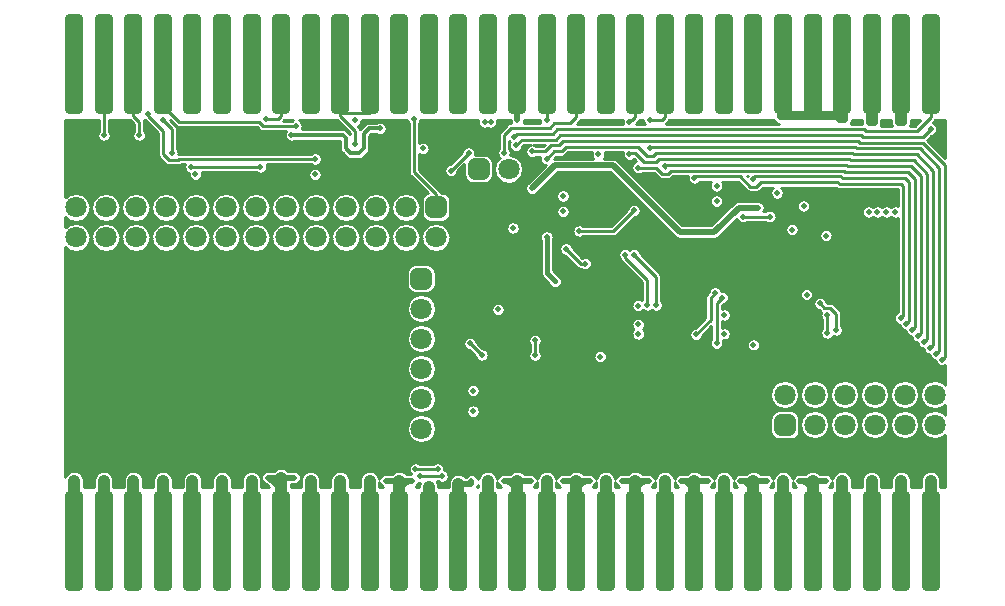
<source format=gbl>
G04*
G04  File:            DXEMU_GERBER.GBL, Fri Jul 12 00:14:53 2019*
G04  Source:          P-CAD 2006 PCB, Version 19.02.958, (D:\retrocomputing\dxemu\PCB\temp\dxemu_gerber.pcb)*
G04  Format:          Gerber Format (RS-274-D), ASCII*
G04*
G04  Format Options:  Absolute Positioning*
G04                   Leading-Zero Suppression*
G04                   Scale Factor 1:1*
G04                   NO Circular Interpolation*
G04                   Inch Units*
G04                   Numeric Format: 4.4 (XXXX.XXXX)*
G04                   G54 NOT Used for Aperture Change*
G04                   Apertures Embedded*
G04*
G04  File Options:    Offset = (0.0mil,0.0mil)*
G04                   Drill Symbol Size = 80.0mil*
G04                   Pad/Via Holes*
G04*
G04  File Contents:   Pads*
G04                   Vias*
G04                   No Designators*
G04                   No Types*
G04                   No Values*
G04                   No Drill Symbols*
G04                   Bottom*
G04*
%INDXEMU_GERBER.GBL*%
%ICAS*%
%MOIN*%
G04*
G04  Aperture MACROs for general use --- invoked via D-code assignment *
G04*
G04  General MACRO for flashed round with rotation and/or offset hole *
%AMROTOFFROUND*
1,1,$1,0.0000,0.0000*
1,0,$2,$3,$4*%
G04*
G04  General MACRO for flashed oval (obround) with rotation and/or offset hole *
%AMROTOFFOVAL*
21,1,$1,$2,0.0000,0.0000,$3*
1,1,$4,$5,$6*
1,1,$4,0-$5,0-$6*
1,0,$7,$8,$9*%
G04*
G04  General MACRO for flashed oval (obround) with rotation and no hole *
%AMROTOVALNOHOLE*
21,1,$1,$2,0.0000,0.0000,$3*
1,1,$4,$5,$6*
1,1,$4,0-$5,0-$6*%
G04*
G04  General MACRO for flashed rectangle with rotation and/or offset hole *
%AMROTOFFRECT*
21,1,$1,$2,0.0000,0.0000,$3*
1,0,$4,$5,$6*%
G04*
G04  General MACRO for flashed rectangle with rotation and no hole *
%AMROTRECTNOHOLE*
21,1,$1,$2,0.0000,0.0000,$3*%
G04*
G04  General MACRO for flashed rounded-rectangle *
%AMROUNDRECT*
21,1,$1,$2-$4,0.0000,0.0000,$3*
21,1,$1-$4,$2,0.0000,0.0000,$3*
1,1,$4,$5,$6*
1,1,$4,$7,$8*
1,1,$4,0-$5,0-$6*
1,1,$4,0-$7,0-$8*
1,0,$9,$10,$11*%
G04*
G04  General MACRO for flashed rounded-rectangle with rotation and no hole *
%AMROUNDRECTNOHOLE*
21,1,$1,$2-$4,0.0000,0.0000,$3*
21,1,$1-$4,$2,0.0000,0.0000,$3*
1,1,$4,$5,$6*
1,1,$4,$7,$8*
1,1,$4,0-$5,0-$6*
1,1,$4,0-$7,0-$8*%
G04*
G04  General MACRO for flashed regular polygon *
%AMREGPOLY*
5,1,$1,0.0000,0.0000,$2,$3+$4*
1,0,$5,$6,$7*%
G04*
G04  General MACRO for flashed regular polygon with no hole *
%AMREGPOLYNOHOLE*
5,1,$1,0.0000,0.0000,$2,$3+$4*%
G04*
G04  General MACRO for target *
%AMTARGET*
6,0,0,$1,$2,$3,4,$4,$5,$6*%
G04*
G04  General MACRO for mounting hole *
%AMMTHOLE*
1,1,$1,0,0*
1,0,$2,0,0*
$1=$1-$2*
$1=$1/2*
21,1,$2+$1,$3,0,0,$4*
21,1,$3,$2+$1,0,0,$4*%
G04*
G04*
G04  D10 : "Ellipse X0.254mm Y0.254mm H0.000mm 0.0deg (0.000mm,0.000mm) Draw"*
G04  Disc: OuterDia=0.0100*
%ADD10C, 0.0100*%
G04  D11 : "Ellipse X0.300mm Y0.300mm H0.000mm 0.0deg (0.000mm,0.000mm) Draw"*
G04  Disc: OuterDia=0.0118*
%ADD11C, 0.0118*%
G04  D12 : "Ellipse X0.350mm Y0.350mm H0.000mm 0.0deg (0.000mm,0.000mm) Draw"*
G04  Disc: OuterDia=0.0138*
%ADD12C, 0.0138*%
G04  D13 : "Ellipse X0.400mm Y0.400mm H0.000mm 0.0deg (0.000mm,0.000mm) Draw"*
G04  Disc: OuterDia=0.0157*
%ADD13C, 0.0157*%
G04  D14 : "Ellipse X0.500mm Y0.500mm H0.000mm 0.0deg (0.000mm,0.000mm) Draw"*
G04  Disc: OuterDia=0.0197*
%ADD14C, 0.0197*%
G04  D15 : "Ellipse X0.100mm Y0.100mm H0.000mm 0.0deg (0.000mm,0.000mm) Draw"*
G04  Disc: OuterDia=0.0039*
%ADD15C, 0.0039*%
G04  D16 : "Ellipse X1.000mm Y1.000mm H0.000mm 0.0deg (0.000mm,0.000mm) Draw"*
G04  Disc: OuterDia=0.0394*
%ADD16C, 0.0394*%
G04  D17 : "Ellipse X0.130mm Y0.130mm H0.000mm 0.0deg (0.000mm,0.000mm) Draw"*
G04  Disc: OuterDia=0.0051*
%ADD17C, 0.0051*%
G04  D18 : "Ellipse X0.150mm Y0.150mm H0.000mm 0.0deg (0.000mm,0.000mm) Draw"*
G04  Disc: OuterDia=0.0059*
%ADD18C, 0.0059*%
G04  D19 : "Ellipse X0.200mm Y0.200mm H0.000mm 0.0deg (0.000mm,0.000mm) Draw"*
G04  Disc: OuterDia=0.0079*
%ADD19C, 0.0079*%
G04  D20 : "Ellipse X0.250mm Y0.250mm H0.000mm 0.0deg (0.000mm,0.000mm) Draw"*
G04  Disc: OuterDia=0.0098*
%ADD20C, 0.0098*%
G04  D21 : "Ellipse X1.500mm Y1.500mm H0.000mm 0.0deg (0.000mm,0.000mm) Flash"*
G04  Disc: OuterDia=0.0591*
%ADD21C, 0.0591*%
G04  D22 : "Ellipse X1.800mm Y1.800mm H0.000mm 0.0deg (0.000mm,0.000mm) Flash"*
G04  Disc: OuterDia=0.0709*
%ADD22C, 0.0709*%
G04  D23 : "Ellipse X1.881mm Y1.881mm H0.000mm 0.0deg (0.000mm,0.000mm) Flash"*
G04  Disc: OuterDia=0.0741*
%ADD23C, 0.0741*%
G04  D24 : "Ellipse X2.181mm Y2.181mm H0.000mm 0.0deg (0.000mm,0.000mm) Flash"*
G04  Disc: OuterDia=0.0859*
%ADD24C, 0.0859*%
G04  D25 : "Rounded Rectangle X0.850mm Y2.600mm H0.000mm 0.0deg (0.000mm,0.000mm) Flash"*
G04  RoundRct: DimX=0.0335, DimY=0.1024, CornerRad=0.0084, Rotation=0.0, OffsetX=0.0000, OffsetY=0.0000, HoleDia=0.0000 *
%ADD25ROUNDRECTNOHOLE, 0.0335 X0.1024 X0.0 X0.0167 X-0.0084 X-0.0428 X-0.0084 X0.0428*%
G04  D26 : "Rounded Rectangle X1.231mm Y2.981mm H0.000mm 0.0deg (0.000mm,0.000mm) Flash"*
G04  RoundRct: DimX=0.0485, DimY=0.1174, CornerRad=0.0121, Rotation=0.0, OffsetX=0.0000, OffsetY=0.0000, HoleDia=0.0000 *
%ADD26ROUNDRECTNOHOLE, 0.0485 X0.1174 X0.0 X0.0242 X-0.0121 X-0.0466 X-0.0121 X0.0466*%
G04  D27 : "Rounded Rectangle X1.500mm Y8.500mm H0.000mm 0.0deg (0.000mm,0.000mm) Flash"*
G04  RoundRct: DimX=0.0591, DimY=0.3346, CornerRad=0.0148, Rotation=0.0, OffsetX=0.0000, OffsetY=0.0000, HoleDia=0.0000 *
%ADD27ROUNDRECTNOHOLE, 0.0591 X0.3346 X0.0 X0.0295 X-0.0148 X-0.1526 X-0.0148 X0.1526*%
G04  D28 : "Rounded Rectangle X1.881mm Y8.881mm H0.000mm 0.0deg (0.000mm,0.000mm) Flash"*
G04  RoundRct: DimX=0.0741, DimY=0.3496, CornerRad=0.0185, Rotation=0.0, OffsetX=0.0000, OffsetY=0.0000, HoleDia=0.0000 *
%ADD28ROUNDRECTNOHOLE, 0.0741 X0.3496 X0.0 X0.0370 X-0.0185 X-0.1563 X-0.0185 X0.1563*%
G04  D29 : "Rounded Rectangle X1.000mm Y0.400mm H0.000mm 0.0deg (0.000mm,0.000mm) Flash"*
G04  RoundRct: DimX=0.0394, DimY=0.0157, CornerRad=0.0039, Rotation=0.0, OffsetX=0.0000, OffsetY=0.0000, HoleDia=0.0000 *
%ADD29ROUNDRECTNOHOLE, 0.0394 X0.0157 X0.0 X0.0079 X-0.0157 X-0.0039 X-0.0157 X0.0039*%
G04  D30 : "Rounded Rectangle X0.400mm Y1.000mm H0.000mm 0.0deg (0.000mm,0.000mm) Flash"*
G04  RoundRct: DimX=0.0157, DimY=0.0394, CornerRad=0.0039, Rotation=0.0, OffsetX=0.0000, OffsetY=0.0000, HoleDia=0.0000 *
%ADD30ROUNDRECTNOHOLE, 0.0157 X0.0394 X0.0 X0.0079 X-0.0039 X-0.0157 X-0.0039 X0.0157*%
G04  D31 : "Rounded Rectangle X0.600mm Y1.100mm H0.000mm 0.0deg (0.000mm,0.000mm) Flash"*
G04  RoundRct: DimX=0.0236, DimY=0.0433, CornerRad=0.0059, Rotation=0.0, OffsetX=0.0000, OffsetY=0.0000, HoleDia=0.0000 *
%ADD31ROUNDRECTNOHOLE, 0.0236 X0.0433 X0.0 X0.0118 X-0.0059 X-0.0157 X-0.0059 X0.0157*%
G04  D32 : "Rounded Rectangle X1.200mm Y0.800mm H0.000mm 0.0deg (0.000mm,0.000mm) Flash"*
G04  RoundRct: DimX=0.0472, DimY=0.0315, CornerRad=0.0079, Rotation=0.0, OffsetX=0.0000, OffsetY=0.0000, HoleDia=0.0000 *
%ADD32ROUNDRECTNOHOLE, 0.0472 X0.0315 X0.0 X0.0157 X-0.0157 X-0.0079 X-0.0157 X0.0079*%
G04  D33 : "Rounded Rectangle X0.800mm Y1.200mm H0.000mm 0.0deg (0.000mm,0.000mm) Flash"*
G04  RoundRct: DimX=0.0315, DimY=0.0472, CornerRad=0.0079, Rotation=0.0, OffsetX=0.0000, OffsetY=0.0000, HoleDia=0.0000 *
%ADD33ROUNDRECTNOHOLE, 0.0315 X0.0472 X0.0 X0.0157 X-0.0079 X-0.0157 X-0.0079 X0.0157*%
G04  D34 : "Rounded Rectangle X1.200mm Y1.300mm H0.000mm 0.0deg (0.000mm,0.000mm) Flash"*
G04  RoundRct: DimX=0.0472, DimY=0.0512, CornerRad=0.0118, Rotation=0.0, OffsetX=0.0000, OffsetY=0.0000, HoleDia=0.0000 *
%ADD34ROUNDRECTNOHOLE, 0.0472 X0.0512 X0.0 X0.0236 X-0.0118 X-0.0138 X-0.0118 X0.0138*%
G04  D35 : "Rounded Rectangle X1.300mm Y1.200mm H0.000mm 0.0deg (0.000mm,0.000mm) Flash"*
G04  RoundRct: DimX=0.0512, DimY=0.0472, CornerRad=0.0118, Rotation=0.0, OffsetX=0.0000, OffsetY=0.0000, HoleDia=0.0000 *
%ADD35ROUNDRECTNOHOLE, 0.0512 X0.0472 X0.0 X0.0236 X-0.0138 X-0.0118 X-0.0138 X0.0118*%
G04  D36 : "Rounded Rectangle X1.381mm Y0.781mm H0.000mm 0.0deg (0.000mm,0.000mm) Flash"*
G04  RoundRct: DimX=0.0544, DimY=0.0307, CornerRad=0.0077, Rotation=0.0, OffsetX=0.0000, OffsetY=0.0000, HoleDia=0.0000 *
%ADD36ROUNDRECTNOHOLE, 0.0544 X0.0307 X0.0 X0.0154 X-0.0195 X-0.0077 X-0.0195 X0.0077*%
G04  D37 : "Rounded Rectangle X0.781mm Y1.381mm H0.000mm 0.0deg (0.000mm,0.000mm) Flash"*
G04  RoundRct: DimX=0.0307, DimY=0.0544, CornerRad=0.0077, Rotation=0.0, OffsetX=0.0000, OffsetY=0.0000, HoleDia=0.0000 *
%ADD37ROUNDRECTNOHOLE, 0.0307 X0.0544 X0.0 X0.0154 X-0.0077 X-0.0195 X-0.0077 X0.0195*%
G04  D38 : "Rounded Rectangle X0.981mm Y1.481mm H0.000mm 0.0deg (0.000mm,0.000mm) Flash"*
G04  RoundRct: DimX=0.0386, DimY=0.0583, CornerRad=0.0097, Rotation=0.0, OffsetX=0.0000, OffsetY=0.0000, HoleDia=0.0000 *
%ADD38ROUNDRECTNOHOLE, 0.0386 X0.0583 X0.0 X0.0193 X-0.0097 X-0.0195 X-0.0097 X0.0195*%
G04  D39 : "Rounded Rectangle X1.500mm Y0.600mm H0.000mm 0.0deg (0.000mm,0.000mm) Flash"*
G04  RoundRct: DimX=0.0591, DimY=0.0236, CornerRad=0.0059, Rotation=0.0, OffsetX=0.0000, OffsetY=0.0000, HoleDia=0.0000 *
%ADD39ROUNDRECTNOHOLE, 0.0591 X0.0236 X0.0 X0.0118 X-0.0236 X-0.0059 X-0.0236 X0.0059*%
G04  D40 : "Rounded Rectangle X1.500mm Y1.500mm H0.000mm 0.0deg (0.000mm,0.000mm) Flash"*
G04  RoundRct: DimX=0.0591, DimY=0.0591, CornerRad=0.0148, Rotation=0.0, OffsetX=0.0000, OffsetY=0.0000, HoleDia=0.0000 *
%ADD40ROUNDRECTNOHOLE, 0.0591 X0.0591 X0.0 X0.0295 X-0.0148 X-0.0148 X-0.0148 X0.0148*%
G04  D41 : "Rounded Rectangle X1.581mm Y1.181mm H0.000mm 0.0deg (0.000mm,0.000mm) Flash"*
G04  RoundRct: DimX=0.0622, DimY=0.0465, CornerRad=0.0116, Rotation=0.0, OffsetX=0.0000, OffsetY=0.0000, HoleDia=0.0000 *
%ADD41ROUNDRECTNOHOLE, 0.0622 X0.0465 X0.0 X0.0232 X-0.0195 X-0.0116 X-0.0195 X0.0116*%
G04  D42 : "Rounded Rectangle X1.181mm Y1.581mm H0.000mm 0.0deg (0.000mm,0.000mm) Flash"*
G04  RoundRct: DimX=0.0465, DimY=0.0622, CornerRad=0.0116, Rotation=0.0, OffsetX=0.0000, OffsetY=0.0000, HoleDia=0.0000 *
%ADD42ROUNDRECTNOHOLE, 0.0465 X0.0622 X0.0 X0.0232 X-0.0116 X-0.0195 X-0.0116 X0.0195*%
G04  D43 : "Rounded Rectangle X1.581mm Y1.681mm H0.000mm 0.0deg (0.000mm,0.000mm) Flash"*
G04  RoundRct: DimX=0.0622, DimY=0.0662, CornerRad=0.0156, Rotation=0.0, OffsetX=0.0000, OffsetY=0.0000, HoleDia=0.0000 *
%ADD43ROUNDRECTNOHOLE, 0.0622 X0.0662 X0.0 X0.0311 X-0.0156 X-0.0175 X-0.0156 X0.0175*%
G04  D44 : "Rounded Rectangle X1.681mm Y1.581mm H0.000mm 0.0deg (0.000mm,0.000mm) Flash"*
G04  RoundRct: DimX=0.0662, DimY=0.0622, CornerRad=0.0156, Rotation=0.0, OffsetX=0.0000, OffsetY=0.0000, HoleDia=0.0000 *
%ADD44ROUNDRECTNOHOLE, 0.0662 X0.0622 X0.0 X0.0311 X-0.0175 X-0.0156 X-0.0175 X0.0156*%
G04  D45 : "Rounded Rectangle X1.400mm Y1.800mm H0.000mm 0.0deg (0.000mm,0.000mm) Flash"*
G04  RoundRct: DimX=0.0551, DimY=0.0709, CornerRad=0.0138, Rotation=0.0, OffsetX=0.0000, OffsetY=0.0000, HoleDia=0.0000 *
%ADD45ROUNDRECTNOHOLE, 0.0551 X0.0709 X0.0 X0.0276 X-0.0138 X-0.0217 X-0.0138 X0.0217*%
G04  D46 : "Rounded Rectangle X1.800mm Y1.800mm H0.000mm 0.0deg (0.000mm,0.000mm) Flash"*
G04  RoundRct: DimX=0.0709, DimY=0.0709, CornerRad=0.0177, Rotation=0.0, OffsetX=0.0000, OffsetY=0.0000, HoleDia=0.0000 *
%ADD46ROUNDRECTNOHOLE, 0.0709 X0.0709 X0.0 X0.0354 X-0.0177 X-0.0177 X-0.0177 X0.0177*%
G04  D47 : "Rounded Rectangle X1.881mm Y0.981mm H0.000mm 0.0deg (0.000mm,0.000mm) Flash"*
G04  RoundRct: DimX=0.0741, DimY=0.0386, CornerRad=0.0097, Rotation=0.0, OffsetX=0.0000, OffsetY=0.0000, HoleDia=0.0000 *
%ADD47ROUNDRECTNOHOLE, 0.0741 X0.0386 X0.0 X0.0193 X-0.0274 X-0.0097 X-0.0274 X0.0097*%
G04  D48 : "Rounded Rectangle X1.881mm Y1.881mm H0.000mm 0.0deg (0.000mm,0.000mm) Flash"*
G04  RoundRct: DimX=0.0741, DimY=0.0741, CornerRad=0.0185, Rotation=0.0, OffsetX=0.0000, OffsetY=0.0000, HoleDia=0.0000 *
%ADD48ROUNDRECTNOHOLE, 0.0741 X0.0741 X0.0 X0.0370 X-0.0185 X-0.0185 X-0.0185 X0.0185*%
G04  D49 : "Rounded Rectangle X2.000mm Y2.500mm H0.000mm 0.0deg (0.000mm,0.000mm) Flash"*
G04  RoundRct: DimX=0.0787, DimY=0.0984, CornerRad=0.0197, Rotation=0.0, OffsetX=0.0000, OffsetY=0.0000, HoleDia=0.0000 *
%ADD49ROUNDRECTNOHOLE, 0.0787 X0.0984 X0.0 X0.0394 X-0.0197 X-0.0295 X-0.0197 X0.0295*%
G04  D50 : "Rounded Rectangle X1.781mm Y2.181mm H0.000mm 0.0deg (0.000mm,0.000mm) Flash"*
G04  RoundRct: DimX=0.0701, DimY=0.0859, CornerRad=0.0175, Rotation=0.0, OffsetX=0.0000, OffsetY=0.0000, HoleDia=0.0000 *
%ADD50ROUNDRECTNOHOLE, 0.0701 X0.0859 X0.0 X0.0351 X-0.0175 X-0.0254 X-0.0175 X0.0254*%
G04  D51 : "Rounded Rectangle X2.181mm Y2.181mm H0.000mm 0.0deg (0.000mm,0.000mm) Flash"*
G04  RoundRct: DimX=0.0859, DimY=0.0859, CornerRad=0.0215, Rotation=0.0, OffsetX=0.0000, OffsetY=0.0000, HoleDia=0.0000 *
%ADD51ROUNDRECTNOHOLE, 0.0859 X0.0859 X0.0 X0.0429 X-0.0215 X-0.0215 X-0.0215 X0.0215*%
G04  D52 : "Rounded Rectangle X2.381mm Y2.881mm H0.000mm 0.0deg (0.000mm,0.000mm) Flash"*
G04  RoundRct: DimX=0.0937, DimY=0.1134, CornerRad=0.0234, Rotation=0.0, OffsetX=0.0000, OffsetY=0.0000, HoleDia=0.0000 *
%ADD52ROUNDRECTNOHOLE, 0.0937 X0.1134 X0.0 X0.0469 X-0.0234 X-0.0333 X-0.0234 X0.0333*%
G04  D53 : "Rectangle X1.600mm Y0.350mm H0.000mm 0.0deg (0.000mm,0.000mm) Flash"*
G04  Rectangular: DimX=0.0630, DimY=0.0138, Rotation=0.0, OffsetX=0.0000, OffsetY=0.0000, HoleDia=0.0000 *
%ADD53R, 0.0630 X0.0138*%
G04  D54 : "Rectangle X1.740mm Y0.490mm H0.000mm 0.0deg (0.000mm,0.000mm) Flash"*
G04  Rectangular: DimX=0.0685, DimY=0.0193, Rotation=0.0, OffsetX=0.0000, OffsetY=0.0000, HoleDia=0.0000 *
%ADD54R, 0.0685 X0.0193*%
G04  D55 : "Ellipse X0.500mm Y0.500mm H0.000mm 0.0deg (0.000mm,0.000mm) Flash"*
G04  Disc: OuterDia=0.0197*
%ADD55C, 0.0197*%
G04*
%FSLAX44Y44*%
%SFA1B1*%
%OFA0.0000B0.0000*%
G04*
G70*
G90*
G01*
D2*
%LNBottom*%
D20*
X24311Y83120*
X24507Y82923D1*
Y82480*
X25295Y81840D2*
Y82627D1*
X24803Y83120*
Y83169*
X25590Y81889D2*
Y82677D1*
X25826Y81683D2*
X25787Y81643D1*
X25836Y82923D2*
X25295Y83464D1*
X25590Y82677D2*
X25295Y82972D1*
X25787Y81643D2*
X25492D1*
X25295Y81840*
D2*
D14*
X29675Y71062*
X29232D1*
X28838D2*
X29232Y70669D1*
D2*
D16*
Y71062D1*
D2*
D14*
X28838D1*
X28789*
D2*
D20*
X29232Y83120*
X29133Y83021D1*
X28740*
X29724Y82775D2*
X28641D1*
X28494Y82923D2*
X28641Y82775D1*
D2*
D16*
X31200Y70669*
Y70964D1*
D2*
D12*
X31397Y82037*
Y82381D1*
X31299Y82480*
D2*
D20*
X31200Y83218*
Y83120D1*
X31692Y82627D2*
Y82185D1*
D2*
D12*
X32529Y82706*
X32165D1*
X31988Y82529*
Y82037*
X31840Y81889*
X31545*
D2*
D20*
X31692Y82627*
X31200Y83120D1*
D2*
D12*
X31545Y81889*
X31397Y82037D1*
D2*
D20*
X32185Y83218*
X31200D1*
D2*
D14*
X33464Y70964*
X33169Y70669D1*
X33612Y70964D2*
X33464D1*
X33169*
X35137Y70866D2*
Y70964D1*
X35580Y70866D2*
Y70964D1*
Y70866D2*
X35334D1*
X35137Y70669*
Y70866D2*
X35334D1*
D2*
D16*
X35137Y70669*
Y70866D1*
D2*
D20*
X33858Y71112*
X34596D1*
X33710Y71358D2*
X34448D1*
X35531Y75541D2*
X35925Y75147D1*
X34395Y80076D2*
Y80515D1*
X33661Y81250D2*
Y83021D1*
X35482Y81889D2*
X34891Y81299D1*
D2*
D14*
X36811Y70964*
X37106Y70669D1*
D2*
D16*
Y70964D1*
D2*
D14*
X36811D1*
X36663*
X37549D2*
X37106D1*
D2*
D13*
X38374Y77608*
X38090Y77891D1*
D2*
D20*
X37696Y75147*
Y75639D1*
X37253Y82332D2*
X37057Y82135D1*
X37106Y82529D2*
X37057Y82480D1*
X37007Y82431*
X36909Y82726D2*
X36663Y82480D1*
Y81889*
X38877Y82874D2*
X38336D1*
X38188Y82726*
X38435Y82677D2*
X38287Y82529D1*
X38533Y82480D2*
X38385Y82332D1*
X38631Y82283D2*
X38484Y82135D1*
X38238*
X38041Y81938*
X37598*
X38730Y82086D2*
X38582Y81938D1*
X38336*
X38090Y81692*
X38385Y82332D2*
X37253D1*
X38287Y82529D2*
X37106D1*
X38188Y82726D2*
X36909D1*
D2*
D14*
X39517Y70964*
X39370D1*
X40600D2*
X41043D1*
X41338D2*
X41043Y70669D1*
D2*
D16*
Y70964D1*
D2*
D14*
X41338D1*
X41486*
D2*
D20*
X41732Y76820*
Y77755D1*
X41437Y77657D2*
Y76820D1*
X39374Y78198D2*
X39222D1*
X39173Y79281D2*
X40305D1*
X40698Y78494D2*
Y78395D1*
X40305Y79281D2*
X40994Y79970D1*
D2*
D14*
X40295Y81476*
X39911D1*
D2*
D20*
X41535Y82086*
Y82037D1*
Y82972D2*
X41929D1*
X41732Y81889D2*
X41633Y81791D1*
X41732Y81594D2*
X41830Y81692D1*
X40944Y82972D2*
X41043Y83070D1*
X41437Y81791D2*
X41633D1*
X41141Y82086D2*
X41437Y81791D1*
X41338Y81594D2*
X41732D1*
X41338D2*
X41043Y81889D1*
X40944Y82972D2*
X40895D1*
X40846Y82923*
Y81889D2*
Y81840D1*
X41043Y81889D2*
X40846D1*
X41732Y81397D2*
X41141D1*
X41929Y81200D2*
X41732Y81397D1*
D2*
D14*
X42716Y70964*
X43011Y70669D1*
D2*
D16*
Y70964D1*
D2*
D14*
X42568*
X42716D1*
X43011*
X44537D2*
X44685D1*
X43011D2*
X43454D1*
D2*
D20*
X43946Y77066*
X43750Y76870D1*
Y75541*
X43700Y77214D2*
X43553Y77066D1*
Y76328*
X43061Y75836*
D2*
D14*
X44488Y80068*
X43671Y79251D1*
X42519D2*
X43671D1*
D2*
D20*
X42224Y81299*
X42125Y81200D1*
X43011Y81102D2*
Y81053D1*
Y81102D2*
X44537D1*
D2*
D14*
X47391Y70964*
X46948D1*
X46653D2*
X46948Y70669D1*
D2*
D16*
Y70964D1*
D2*
D14*
X46653D1*
X46505*
D2*
D20*
X47440Y76476*
Y75885D1*
X47194Y76870D2*
X47342Y76722D1*
X47539*
X47736Y76525*
Y75984D2*
Y76525D1*
X45226Y80905D2*
X45078Y80757D1*
X47785Y80905D2*
X47834Y80856D1*
X45226Y80905D2*
X47785D1*
D2*
D14*
X46850Y83169*
X47047D1*
X47834D2*
X47047D1*
X47834Y82972D2*
Y83070D1*
Y83169*
D2*
D20*
X47883Y81102*
X47933Y81053D1*
D2*
D14*
X46850Y83169*
X46062D1*
X45866Y83070D2*
X47834D1*
X45866Y84842D2*
X45964D1*
X46062*
X46850D2*
X46948D1*
X47047*
D2*
D20*
X50670Y75590*
X50768Y75688D1*
X50473Y75787D2*
X50571Y75885D1*
X50276Y75984D2*
X50375Y76082D1*
X50079Y76181D2*
X50178Y76279D1*
X49882Y76377D2*
X49981Y76476D1*
Y80776D2*
X49901Y80856D1*
X48720Y82627D2*
X48671Y82677D1*
X48622Y82431D2*
X48572Y82480D1*
X48523Y82234D2*
X48474Y82283D1*
X48425Y82037D2*
X48375Y82086D1*
X48326Y81840D2*
X48277Y81889D1*
X48228Y81643D2*
X48179Y81692D1*
X48129Y81446D2*
X48080Y81496D1*
D2*
D14*
X49015Y82874*
X48818D1*
D2*
D20*
X50571Y81102*
X50227Y81446D1*
X50768Y81200D2*
X50325Y81643D1*
X50885Y82677D2*
X50639Y82431D1*
X50885Y83070D2*
X50442Y82627D1*
D2*
D14*
X49803Y82874*
X50000D1*
D2*
D20*
X48129Y81446*
X50227D1*
X48228Y81643D2*
X50325D1*
X48326Y81840D2*
X50424D1*
X48425Y82037D2*
X50522D1*
X48523Y82234D2*
X50621D1*
X48622Y82431D2*
X50639D1*
X48720Y82627D2*
X50442D1*
D2*
D14*
X48818Y84842*
X48917D1*
X49015*
X49803D2*
X49901D1*
X50000*
D2*
D20*
X51063Y75196*
X51162Y75295D1*
D2*
D16*
X23326Y68946*
Y70964D1*
X22342Y68946D2*
Y70964D1*
D2*
D20*
X23326Y84842*
Y82480D1*
D2*
D16*
X24311Y68946*
Y70964D1*
X26279Y68946D2*
Y70964D1*
X25295Y68946D2*
Y70964D1*
D2*
D20*
X24311Y84842*
Y83120D1*
X25295Y84842D2*
Y83464D1*
D2*
D16*
X27263Y68946*
Y70964D1*
X28248Y68946D2*
Y70964D1*
X29232Y68946D2*
Y70669D1*
D2*
D20*
Y84842*
Y83120D1*
D2*
D16*
X30216Y68946*
Y70964D1*
X31200Y68946D2*
Y70669D1*
X32185Y68946D2*
Y70964D1*
D2*
D20*
X31200Y83218*
Y84842D1*
X32185D2*
Y83218D1*
D2*
D16*
X34153Y68946*
Y70767D1*
X35137Y68946D2*
Y70669D1*
D2*
D20*
X33661Y81250*
X34395Y80515D1*
D2*
D16*
X37106Y68946*
Y70669D1*
X38090Y68946D2*
Y70964D1*
D2*
D14*
X37106Y84842*
Y82972D1*
D2*
D20*
X38090Y84842*
Y82972D1*
D2*
D13*
Y77891*
Y79084D1*
D2*
D14*
X38366Y81476*
X37598Y80708D1*
D2*
D16*
X40059Y68946*
Y70964D1*
X41043Y68946D2*
Y70669D1*
D2*
D20*
X39074Y84842*
Y83070D1*
X41043Y84842D2*
Y83070D1*
X41732Y77755D2*
X40994Y78494D1*
X40698Y78395D2*
X41437Y77657D1*
D2*
D16*
X43011Y68946*
Y70669D1*
X43996Y68946D2*
Y70964D1*
D2*
D20*
X44537Y81102*
X44881Y80757D1*
D2*
D16*
X45964Y68946*
Y70964D1*
X46948Y68946D2*
Y70669D1*
D2*
D14*
X45866Y84842*
Y83070D1*
X46062Y83169D2*
Y84842D1*
X46850D2*
Y83169D1*
X47047D2*
Y84842D1*
X47834Y83169D2*
Y84842D1*
D2*
D16*
X48917Y68946*
Y70964D1*
X49901Y68946D2*
Y70964D1*
D2*
D14*
X48818Y82874*
Y84842D1*
X49015D2*
Y82874D1*
D2*
D20*
X50885Y84842*
Y83070D1*
X50030Y81053D2*
X50178Y80905D1*
X50375Y81003D2*
X50128Y81250D1*
D2*
D14*
X49803Y84842*
Y82874D1*
X50000D2*
Y84842D1*
D2*
D20*
X50768Y81200*
Y75688D1*
X50571Y81102D2*
Y75885D1*
X50375Y81003D2*
Y76082D1*
X50178Y80905D2*
Y76279D1*
X49981Y76476D2*
Y80776D1*
X51260Y75000D2*
X51359Y75098D1*
Y81496D2*
Y75098D1*
X51162Y81397D2*
Y75295D1*
D2*
D14*
X33169Y70964*
X32726D1*
D2*
D16*
X33169Y70669*
Y70964D1*
D2*
D12*
X31299Y82480*
X29576D1*
D2*
D20*
X28543Y81427*
X26230D1*
X28494Y82923D2*
X25836D1*
X30364Y81683D2*
X25826D1*
D2*
D14*
X39074Y70964*
X38631D1*
X39370D2*
X39074Y70669D1*
D2*
D16*
Y70964D1*
D2*
D14*
X39370*
X39074D1*
X44980D2*
X45423D1*
X44685D2*
X44980Y70669D1*
D2*
D16*
Y70964D1*
D2*
D14*
X44685*
X44980D1*
D2*
D20*
X39222Y78198*
X38730Y78690D1*
X44881Y80757D2*
X45078D1*
X45521Y79763D2*
X44635D1*
D2*
D14*
X45127Y80068*
X44488D1*
X39911Y81476D2*
X38366D1*
D2*
D20*
X39074Y83070*
X38877Y82874D1*
X42027Y83070D2*
X41929Y82972D1*
X42027Y81446D2*
Y81397D1*
Y81446D2*
Y81496D1*
X42125Y81200D2*
X41929D1*
X48031Y81250D2*
X47982Y81299D1*
D2*
D14*
X47834Y83070*
X48031D1*
X47834Y82972D2*
X48031D1*
Y83070*
D2*
D20*
X45029Y81102*
X44980Y81053D1*
X41535Y82086D2*
X48375D1*
X41732Y81889D2*
X48277D1*
X41830Y81692D2*
X48179D1*
X42027Y81496D2*
X48080D1*
X42224Y81299D2*
X47982D1*
X45029Y81102D2*
X47883D1*
X41141Y82086D2*
X38730D1*
X48671Y82677D2*
X38435D1*
X48572Y82480D2*
X38533D1*
X48474Y82283D2*
X38631D1*
D2*
D14*
X48031Y84842*
X47933D1*
X47834*
D2*
D20*
X50867Y75393*
X50965Y75492D1*
Y81299D2*
X50424Y81840D1*
X51162Y81397D2*
X50522Y82037D1*
X51359Y81496D2*
X50621Y82234D1*
D2*
D16*
X33169Y68946*
Y70669D1*
X36122Y68946D2*
Y70964D1*
X39074Y68946D2*
Y70669D1*
X42027Y68946D2*
Y70964D1*
X44980Y68946D2*
Y70669D1*
X47933Y68946D2*
Y70964D1*
D2*
D20*
X42027Y83070*
Y84842D1*
X44980Y81053D2*
Y81003D1*
D2*
D14*
X48031Y83070*
Y84842D1*
X42519Y79251D2*
X40295Y81476D1*
D2*
D16*
X50885Y68946*
Y70964D1*
D2*
D20*
X50965Y81299*
Y75492D1*
X47834Y80856D2*
X49901D1*
X48031Y81250D2*
X50128D1*
X47933Y81053D2*
X50030D1*
X28568Y71013D2*
Y70767D1*
X28819*
X28746Y70840*
X28745*
X28663Y70874*
X28600Y70936*
X28568Y71013*
Y70767D2*
X28819D1*
X28568Y70841D2*
X28742D1*
X28568Y70915D2*
X28622D1*
X28568Y70989D2*
X28579D1*
X29895Y71013D2*
X29863Y70936D1*
X29801Y70874*
X29719Y70840*
X29553*
Y70767*
X29895*
Y71013*
X29553Y70767D2*
X29895D1*
X29721Y70841D2*
X29895D1*
X29842Y70915D2*
X29895D1*
X29885Y70989D2*
X29895D1*
X29618Y82972D2*
X29329D1*
X29306Y82948*
X29583*
X29618Y82972*
X29306Y82948D2*
X29583D1*
X32505Y70915D2*
Y70767D1*
X32620*
X32600Y70775*
X32537Y70838*
X32505Y70915*
Y70767D2*
X32620D1*
X32505Y70841D2*
X32536D1*
X32505Y70915D2*
X32505D1*
X35801Y70817D2*
X35780Y70767D1*
X35801*
Y70817*
X35780Y70767D2*
X35801D1*
X33823Y70892D2*
X33800Y70838D1*
X33738Y70775*
X33718Y70767*
X33832*
Y70831*
X33855Y70886*
X33823Y70892*
X33718Y70767D2*
X33832D1*
X33802Y70841D2*
X33836D1*
X38411Y70915D2*
Y70767D1*
X38525*
X38505Y70775*
X38443Y70838*
X38411Y70915*
Y70767D2*
X38525D1*
X38411Y70841D2*
X38442D1*
X38411Y70915D2*
X38411D1*
X36442Y70915D2*
Y70767D1*
X36557*
X36537Y70775*
X36474Y70838*
X36442Y70915*
Y70767D2*
X36557D1*
X36442Y70841D2*
X36473D1*
X36442Y70915D2*
X36442D1*
X37769Y70915D2*
X37737Y70838D1*
X37675Y70775*
X37655Y70767*
X37769*
Y70915*
X37655Y70767D2*
X37769D1*
X37739Y70841D2*
X37769D1*
X37769Y70915D2*
X37769D1*
X36836Y82287D2*
Y82167D1*
X36847Y82222*
X36869Y82255*
X36847Y82270*
X36836Y82287*
Y82241D2*
X36860D1*
X38016Y82159D2*
X37630D1*
X37685Y82148*
X37739Y82112*
X37969*
X38016Y82159*
X37739Y82112D2*
X37969D1*
X37863Y82972D2*
X37328D1*
Y82928*
X37316Y82899*
X37878*
X37863Y82972*
X37316Y82899D2*
X37878D1*
X40379Y70915D2*
Y70767D1*
X40494*
X40474Y70775*
X40411Y70838*
X40379Y70915*
Y70767D2*
X40494D1*
X40379Y70841D2*
X40410D1*
X40379Y70915D2*
X40380D1*
X41706Y70915D2*
X41674Y70838D1*
X41612Y70775*
X41592Y70767*
X41706*
Y70915*
X41592Y70767D2*
X41706D1*
X41676Y70841D2*
X41706D1*
X41706Y70915D2*
X41706D1*
X39738Y70915D2*
X39706Y70838D1*
X39643Y70775*
X39623Y70767*
X39738*
Y70915*
X39623Y70767D2*
X39738D1*
X39707Y70841D2*
X39738D1*
X39738Y70915D2*
X39738D1*
X41308Y82972D2*
X41189D1*
X41091Y82874*
X41067Y82850*
X41349*
X41325Y82885*
X41308Y82972*
X41067Y82850D2*
X41349D1*
X41141Y82924D2*
X41318D1*
X40629Y82972D2*
X39221D1*
X39099Y82850*
X40634*
X40619Y82923*
X40629Y82972*
X39099Y82850D2*
X40634D1*
X39173Y82924D2*
X40619D1*
X44316Y70915D2*
Y70767D1*
X44431*
X44411Y70775*
X44348Y70838*
X44316Y70915*
Y70767D2*
X44431D1*
X44316Y70841D2*
X44347D1*
X44316Y70915D2*
X44317D1*
X42348Y70915D2*
Y70767D1*
X42462*
X42442Y70775*
X42380Y70838*
X42348Y70915*
Y70767D2*
X42462D1*
X42348Y70841D2*
X42379D1*
X42348Y70915D2*
X42348D1*
X43675Y70915D2*
X43643Y70838D1*
X43580Y70775*
X43560Y70767*
X43675*
Y70915*
X43560Y70767D2*
X43675D1*
X43644Y70841D2*
X43675D1*
X43675Y70915D2*
X43675D1*
X44794Y81125D2*
X44758D1*
X44780Y81104*
X44794Y81125*
X46285Y70915D2*
Y70767D1*
X46399*
X46379Y70775*
X46317Y70838*
X46285Y70915*
Y70767D2*
X46399D1*
X46285Y70841D2*
X46316D1*
X46285Y70915D2*
X46285D1*
X47612Y70915D2*
X47580Y70838D1*
X47517Y70775*
X47497Y70767*
X47612*
Y70915*
X47497Y70767D2*
X47612D1*
X47581Y70841D2*
X47612D1*
X47612Y70915D2*
X47612D1*
X45643Y70915D2*
X45611Y70838D1*
X45549Y70775*
X45529Y70767*
X45643*
Y70915*
X45529Y70767D2*
X45643D1*
X45613Y70841D2*
X45643D1*
X45643Y70915D2*
X45643D1*
X50542Y82972D2*
X50222D1*
Y82895*
X50226Y82874*
X50222Y82852*
Y82829*
X50215Y82812*
X50213Y82809*
X50212Y82801*
X50371*
X50542Y82972*
X50212Y82801D2*
X50371D1*
X50226Y82875D2*
X50444D1*
X50222Y82948D2*
X50518D1*
X48596Y82972D2*
X48258D1*
X48253Y82950*
Y82928*
X48245Y82907*
X48241Y82885*
X48228Y82867*
X48221Y82850*
X48596*
Y82852*
X48592Y82874*
X48596Y82895*
Y82918*
Y82972*
X48221Y82850D2*
X48596D1*
X48252Y82924D2*
X48596D1*
X49580Y82972D2*
X49238D1*
Y82895*
X49242Y82874*
X49238Y82852*
Y82829*
X49230Y82812*
X49229Y82809*
X49228Y82801*
X49590*
X49589Y82809*
X49588Y82812*
X49580Y82829*
Y82852*
X49576Y82874*
X49580Y82895*
Y82918*
Y82972*
X49228Y82801D2*
X49590D1*
X49242Y82875D2*
X49576D1*
X49238Y82948D2*
X49580D1*
X31103Y82972D2*
X29830D1*
X29884Y82935*
X29933Y82862*
X29951Y82775*
X29933Y82688*
X29923Y82673*
X31337*
X31408Y82643*
X31519Y82532*
Y82556*
X31103Y82972*
X31445Y82606D2*
X31469D1*
X29928Y82680D2*
X31395D1*
X29946Y82754D2*
X31321D1*
X29940Y82827D2*
X31247D1*
X29907Y82901D2*
X31174D1*
X39600Y81913D2*
X38802D1*
X38729Y81840*
X38680Y81792*
X38617Y81765*
X38408*
X38341Y81698*
X39640*
X39603Y81753*
X39586Y81840*
X39600Y81913*
X38341Y81698D2*
X39640D1*
X38633Y81772D2*
X39599D1*
X38735Y81846D2*
X39587D1*
X45666Y82972D2*
X42174D1*
X42052Y82850*
X45817*
X45790Y82861*
X45740Y82882*
X45677Y82944*
X45666Y82972*
X42052Y82850D2*
X45817D1*
X42125Y82924D2*
X45698D1*
X51377Y82972D2*
X51032D1*
X50950Y82891*
X50972Y82886*
X51046Y82837*
X51095Y82763*
X51112Y82677*
X51095Y82590*
X51046Y82516*
X50972Y82467*
X50908Y82454*
X50786Y82332*
X50776Y82323*
X51377Y81722*
Y82972*
X51304Y81796D2*
X51377D1*
X51230Y81869D2*
X51377D1*
X51156Y81943D2*
X51377D1*
X51082Y82017D2*
X51377D1*
X51008Y82091D2*
X51377D1*
X50935Y82165D2*
X51377D1*
X50861Y82239D2*
X51377D1*
X50787Y82312D2*
X51377D1*
X50840Y82386D2*
X51377D1*
X50936Y82460D2*
X51377D1*
X51057Y82534D2*
X51377D1*
X51098Y82608D2*
X51377D1*
X51111Y82681D2*
X51377D1*
X51096Y82755D2*
X51377D1*
X51051Y82829D2*
X51377D1*
X50963Y82903D2*
X51377D1*
X36883Y82972D2*
X36437D1*
X36447Y82923*
X36430Y82836*
X36380Y82762*
X36307Y82713*
X36220Y82696*
X36133Y82713*
X36122Y82721*
X36110Y82713*
X36023Y82696*
X35936Y82713*
X35863Y82762*
X35814Y82836*
X35796Y82923*
X35806Y82972*
X33878*
X33870Y82934*
X33834Y82880*
Y82223*
X33869Y82246*
X33956Y82264*
X34043Y82246*
X34117Y82197*
X34166Y82124*
X34183Y82037*
X34166Y81950*
X34117Y81877*
X34043Y81827*
X33956Y81810*
X33869Y81827*
X33834Y81851*
Y81321*
X34542Y80613*
X34566Y80555*
X34602*
X34690Y80537*
X34789Y80471*
X34856Y80371*
X34874Y80283*
Y79869*
X34856Y79782*
X34789Y79682*
X34690Y79615*
X34602Y79598*
X34188*
X34100Y79615*
X34001Y79682*
X33934Y79782*
X33917Y79869*
Y80283*
X33934Y80371*
X34001Y80471*
X34100Y80537*
X34124Y80542*
X33563Y81103*
X33514Y81151*
X33488Y81215*
Y81284*
Y82880*
X33451Y82934*
X33444Y82972*
X31919*
X31902Y82885*
X31853Y82812*
X31793Y82772*
X31839Y82726*
X31860Y82677*
X31860Y82675*
X31878Y82693*
X32001Y82815*
X32056Y82870*
X32126Y82899*
X32417*
X32442Y82916*
X32529Y82933*
X32616Y82916*
X32689Y82867*
X32739Y82793*
X32756Y82706*
X32739Y82619*
X32689Y82546*
X32616Y82497*
X32529Y82479*
X32442Y82497*
X32417Y82513*
X32245*
X32181Y82449*
Y82075*
Y81999*
X32151Y81928*
X31949Y81726*
X31878Y81696*
X31506*
X31436Y81726*
X31381Y81780*
X31288Y81873*
X31234Y81928*
X31204Y81999*
Y82075*
Y82287*
X29688*
X29663Y82270*
X29576Y82253*
X29489Y82270*
X29416Y82319*
X29367Y82393*
X29349Y82480*
X29367Y82567*
X29390Y82602*
X28607*
X28543Y82628*
X28494Y82677*
X28422Y82750*
X25802*
X25738Y82776*
X25689Y82825*
X25542Y82972*
X25540*
X25688Y82824*
X25737Y82775*
X25763Y82711*
Y82030*
X25800Y81976*
X25817Y81889*
X25810Y81856*
X30223*
X30277Y81892*
X30364Y81909*
X30450Y81892*
X30524Y81843*
X30573Y81769*
X30590Y81683*
X30573Y81596*
X30524Y81522*
X30450Y81473*
X30364Y81456*
X30277Y81473*
X30223Y81509*
X28753*
X28770Y81427*
X28752Y81340*
X28703Y81266*
X28630Y81217*
X28543Y81200*
X28456Y81217*
X28402Y81253*
X26588*
X26604Y81171*
X26587Y81084*
X26538Y81010*
X26464Y80961*
X26377Y80944*
X26291Y80961*
X26217Y81010*
X26168Y81084*
X26151Y81171*
X26159Y81214*
X26143Y81217*
X26069Y81266*
X26020Y81340*
X26003Y81427*
X26019Y81509*
X25898*
X25885Y81496*
X25821Y81470*
X25457*
X25394Y81496*
X25345Y81545*
X25197Y81693*
X25148Y81742*
X25122Y81806*
Y81875*
Y82556*
X24719Y82959*
X24716Y82959*
X24697Y82972*
X24674*
X24681Y82957*
Y82621*
X24717Y82567*
X24734Y82480*
X24717Y82393*
X24668Y82319*
X24594Y82270*
X24507Y82253*
X24421Y82270*
X24347Y82319*
X24298Y82393*
X24281Y82480*
X24298Y82567*
X24334Y82621*
Y82851*
X24213Y82972*
X23500*
Y82621*
X23536Y82567*
X23553Y82480*
X23536Y82393*
X23487Y82319*
X23413Y82270*
X23326Y82253*
X23239Y82270*
X23166Y82319*
X23117Y82393*
X23099Y82480*
X23117Y82567*
X23153Y82621*
Y82972*
X22047*
Y80416*
X22050Y80421*
X22209Y80527*
X22395Y80564*
X22582Y80527*
X22740Y80421*
X22846Y80263*
X22883Y80076*
X22846Y79890*
X22740Y79731*
X22582Y79626*
X22395Y79589*
X22209Y79626*
X22050Y79731*
X22047Y79737*
Y79416*
X22050Y79421*
X22209Y79527*
X22395Y79564*
X22582Y79527*
X22740Y79421*
X22846Y79263*
X22883Y79076*
X22846Y78890*
X22740Y78731*
X22582Y78626*
X22395Y78589*
X22209Y78626*
X22050Y78731*
X22047Y78737*
Y71090*
X22070Y71146*
X22160Y71236*
X22278Y71285*
X22406*
X22524Y71236*
X22614Y71146*
X22663Y71028*
Y70767*
X23005*
Y71028*
X23054Y71146*
X23145Y71236*
X23262Y71285*
X23390*
X23508Y71236*
X23598Y71146*
X23647Y71028*
Y70767*
X23990*
Y71028*
X24039Y71146*
X24129Y71236*
X24247Y71285*
X24374*
X24492Y71236*
X24583Y71146*
X24631Y71028*
Y70767*
X24974*
Y71028*
X25023Y71146*
X25113Y71236*
X25231Y71285*
X25359*
X25477Y71236*
X25567Y71146*
X25616Y71028*
Y70767*
X25958*
Y71028*
X26007Y71146*
X26097Y71236*
X26215Y71285*
X26343*
X26461Y71236*
X26551Y71146*
X26600Y71028*
Y70767*
X26942*
Y71028*
X26991Y71146*
X27082Y71236*
X27199Y71285*
X27327*
X27445Y71236*
X27535Y71146*
X27584Y71028*
Y70767*
X27927*
Y71028*
X27976Y71146*
X28066Y71236*
X28184Y71285*
X28311*
X28429Y71236*
X28520Y71146*
X28566Y71033*
Y71107*
X28600Y71188*
X28663Y71251*
X28745Y71285*
X29000*
X29050Y71335*
X29168Y71383*
X29296*
X29414Y71335*
X29463Y71285*
X29719*
X29801Y71251*
X29863Y71188*
X29897Y71107*
Y71033*
X29944Y71146*
X30034Y71236*
X30152Y71285*
X30280*
X30398Y71236*
X30488Y71146*
X30537Y71028*
Y70767*
X30879*
Y71028*
X30928Y71146*
X31019Y71236*
X31136Y71285*
X31264*
X31382Y71236*
X31472Y71146*
X31521Y71028*
Y70767*
X31864*
Y71028*
X31913Y71146*
X32003Y71236*
X32121Y71285*
X32248*
X32366Y71236*
X32457Y71146*
X32505Y71028*
Y71013*
X32537Y71090*
X32600Y71153*
X32682Y71187*
X32937*
X32987Y71236*
X33105Y71285*
X33233*
X33351Y71236*
X33400Y71187*
X33566*
X33550Y71197*
X33501Y71271*
X33483Y71358*
X33501Y71445*
X33550Y71518*
X33623Y71567*
X33710Y71585*
X33797Y71567*
X33851Y71531*
X34307*
X34362Y71567*
X34448Y71585*
X34535Y71567*
X34609Y71518*
X34658Y71445*
X34675Y71358*
X34668Y71324*
X34683Y71321*
X34756Y71272*
X34805Y71198*
X34823Y71112*
X34805Y71025*
X34756Y70951*
X34683Y70902*
X34596Y70885*
X34509Y70902*
X34455Y70938*
X34429*
X34474Y70831*
Y70767*
X34816*
Y70929*
X34865Y71047*
X34956Y71138*
X35073Y71187*
X35201*
X35319Y71138*
X35369Y71088*
X35391*
X35392Y71090*
X35454Y71153*
X35536Y71187*
X35624*
X35706Y71153*
X35769Y71090*
X35801Y71013*
Y71028*
X35850Y71146*
X35940Y71236*
X36058Y71285*
X36185*
X36303Y71236*
X36394Y71146*
X36442Y71028*
Y71013*
X36474Y71090*
X36537Y71153*
X36619Y71187*
X36874*
X36924Y71236*
X37042Y71285*
X37170*
X37288Y71236*
X37337Y71187*
X37593*
X37675Y71153*
X37737Y71090*
X37769Y71013*
Y71028*
X37818Y71146*
X37908Y71236*
X38026Y71285*
X38154*
X38272Y71236*
X38362Y71146*
X38411Y71028*
Y71013*
X38443Y71090*
X38505Y71153*
X38587Y71187*
X38843*
X38893Y71236*
X39010Y71285*
X39138*
X39256Y71236*
X39306Y71187*
X39561*
X39643Y71153*
X39706Y71090*
X39738Y71013*
Y71028*
X39787Y71146*
X39877Y71236*
X39995Y71285*
X40122*
X40240Y71236*
X40331Y71146*
X40379Y71028*
Y71013*
X40411Y71090*
X40474Y71153*
X40556Y71187*
X40811*
X40861Y71236*
X40979Y71285*
X41107*
X41225Y71236*
X41274Y71187*
X41530*
X41612Y71153*
X41674Y71090*
X41706Y71013*
Y71028*
X41755Y71146*
X41845Y71236*
X41963Y71285*
X42091*
X42209Y71236*
X42299Y71146*
X42348Y71028*
Y71013*
X42380Y71090*
X42442Y71153*
X42524Y71187*
X42780*
X42830Y71236*
X42947Y71285*
X43075*
X43193Y71236*
X43243Y71187*
X43498*
X43580Y71153*
X43643Y71090*
X43675Y71013*
Y71028*
X43724Y71146*
X43814Y71236*
X43932Y71285*
X44059*
X44177Y71236*
X44268Y71146*
X44316Y71028*
Y71013*
X44348Y71090*
X44411Y71153*
X44493Y71187*
X44748*
X44798Y71236*
X44916Y71285*
X45044*
X45162Y71236*
X45211Y71187*
X45467*
X45549Y71153*
X45611Y71090*
X45643Y71013*
Y71028*
X45692Y71146*
X45782Y71236*
X45900Y71285*
X46028*
X46146Y71236*
X46236Y71146*
X46285Y71028*
Y71013*
X46317Y71090*
X46379Y71153*
X46461Y71187*
X46717*
X46767Y71236*
X46884Y71285*
X47012*
X47130Y71236*
X47180Y71187*
X47435*
X47517Y71153*
X47580Y71090*
X47612Y71013*
Y71028*
X47661Y71146*
X47751Y71236*
X47869Y71285*
X47996*
X48114Y71236*
X48205Y71146*
X48253Y71028*
Y70767*
X48596*
Y71028*
X48645Y71146*
X48735Y71236*
X48853Y71285*
X48981*
X49099Y71236*
X49189Y71146*
X49238Y71028*
Y70767*
X49580*
Y71028*
X49629Y71146*
X49719Y71236*
X49837Y71285*
X49965*
X50083Y71236*
X50173Y71146*
X50222Y71028*
Y70767*
X50564*
Y71028*
X50613Y71146*
X50704Y71236*
X50822Y71285*
X50949*
X51067Y71236*
X51157Y71146*
X51206Y71028*
Y70767*
X51377*
Y72496*
X51368Y72481*
X51210Y72376*
X51023Y72339*
X50836Y72376*
X50678Y72481*
X50573Y72640*
X50535Y72826*
X50573Y73013*
X50678Y73171*
X50836Y73277*
X51023Y73314*
X51210Y73277*
X51368Y73171*
X51377Y73157*
Y73496*
X51368Y73481*
X51210Y73376*
X51023Y73339*
X50836Y73376*
X50678Y73481*
X50573Y73640*
X50535Y73826*
X50573Y74013*
X50678Y74171*
X50836Y74277*
X51023Y74314*
X51210Y74277*
X51368Y74171*
X51377Y74157*
Y74810*
X51347Y74790*
X51260Y74773*
X51174Y74790*
X51100Y74839*
X51051Y74913*
X51038Y74975*
X50977Y74987*
X50903Y75036*
X50854Y75110*
X50842Y75171*
X50780Y75184*
X50706Y75233*
X50657Y75306*
X50645Y75368*
X50583Y75381*
X50509Y75430*
X50460Y75503*
X50448Y75565*
X50386Y75577*
X50313Y75627*
X50263Y75700*
X50251Y75762*
X50189Y75774*
X50116Y75823*
X50067Y75897*
X50054Y75959*
X49992Y75971*
X49919Y76020*
X49870Y76094*
X49857Y76156*
X49796Y76168*
X49722Y76217*
X49673Y76291*
X49656Y76377*
X49673Y76464*
X49722Y76538*
X49796Y76587*
X49808Y76589*
Y79722*
X49791Y79711*
X49704Y79694*
X49617Y79711*
X49557Y79752*
X49496Y79711*
X49409Y79694*
X49322Y79711*
X49261Y79752*
X49200Y79711*
X49114Y79694*
X49027Y79711*
X48966Y79752*
X48905Y79711*
X48818Y79694*
X48732Y79711*
X48658Y79760*
X48609Y79834*
X48592Y79921*
X48609Y80008*
X48658Y80081*
X48732Y80130*
X48818Y80148*
X48905Y80130*
X48966Y80090*
X49027Y80130*
X49114Y80148*
X49200Y80130*
X49261Y80090*
X49322Y80130*
X49409Y80148*
X49496Y80130*
X49557Y80090*
X49617Y80130*
X49704Y80148*
X49791Y80130*
X49808Y80119*
Y80683*
X47800*
X47736Y80709*
X47713Y80732*
X45911*
X45928Y80721*
X45977Y80647*
X45994Y80561*
X45977Y80474*
X45928Y80400*
X45854Y80351*
X45767Y80334*
X45680Y80351*
X45607Y80400*
X45558Y80474*
X45540Y80561*
X45558Y80647*
X45607Y80721*
X45623Y80732*
X45298*
X45225Y80659*
X45176Y80611*
X45113Y80584*
X44847*
X44783Y80611*
X44735Y80659*
X44465Y80929*
X43922*
X43959Y80874*
X43976Y80787*
X43959Y80700*
X43910Y80627*
X43836Y80577*
X43750Y80560*
X43663Y80577*
X43589Y80627*
X43540Y80700*
X43523Y80787*
X43540Y80874*
X43577Y80929*
X43196*
X43172Y80892*
X43098Y80843*
X43011Y80826*
X42925Y80843*
X42851Y80892*
X42802Y80966*
X42785Y81053*
X42799Y81125*
X42296*
X42224Y81053*
X42160Y81027*
X41894*
X41831Y81053*
X41782Y81102*
X41660Y81224*
X41282*
X41228Y81188*
X41141Y81170*
X41054Y81188*
X40981Y81237*
X40932Y81310*
X40914Y81397*
X40932Y81484*
X40981Y81558*
X41054Y81607*
X41076Y81611*
X41007Y81680*
X41006Y81680*
X40933Y81631*
X40846Y81613*
X40759Y81631*
X40686Y81680*
X40636Y81753*
X40619Y81840*
X40634Y81913*
X40025*
X40039Y81840*
X40022Y81753*
X39985Y81698*
X40339*
X40373Y81684*
X40421Y81664*
X42611Y79474*
X43579*
X44299Y80194*
X44362Y80257*
X44362Y80257*
X44410Y80277*
X44443Y80291*
X45106*
X45127Y80295*
X45149Y80291*
X45172*
X45192Y80282*
X45214Y80278*
X45233Y80266*
X45253Y80257*
X45269Y80241*
X45288Y80229*
X45300Y80210*
X45316Y80194*
X45325Y80174*
X45337Y80155*
X45341Y80133*
X45350Y80113*
Y80090*
X45354Y80068*
X45350Y80047*
Y80024*
X45341Y80003*
X45337Y79982*
X45325Y79963*
X45316Y79942*
X45310Y79937*
X45380*
X45434Y79973*
X45521Y79990*
X45608Y79973*
X45682Y79924*
X45731Y79850*
X45748Y79763*
X45731Y79676*
X45682Y79603*
X45608Y79554*
X45521Y79536*
X45434Y79554*
X45380Y79590*
X44776*
X44722Y79554*
X44635Y79536*
X44549Y79554*
X44475Y79603*
X44426Y79676*
X44423Y79689*
X43797Y79063*
X43749Y79043*
X43715Y79029*
X42541*
X42519Y79025*
X42497Y79029*
X42475*
X42454Y79038*
X42432Y79042*
X42414Y79054*
X42393Y79063*
X42393Y79063*
X42377Y79079*
X42359Y79091*
X42346Y79110*
X42331Y79125*
X40203Y81253*
X39933*
X39911Y81249*
X39889Y81253*
X38458*
X37771Y80566*
X37758Y80548*
X37740Y80535*
X37724Y80520*
X37703Y80511*
X37685Y80499*
X37663Y80494*
X37642Y80486*
X37620*
X37598Y80481*
X37576Y80486*
X37554*
X37533Y80494*
X37511Y80499*
X37493Y80511*
X37472Y80520*
X37456Y80535*
X37438Y80548*
X37425Y80566*
X37409Y80582*
X37401Y80603*
X37388Y80621*
X37384Y80643*
X37375Y80664*
Y80686*
X37371Y80708*
X37375Y80730*
Y80752*
X37384Y80773*
X37388Y80795*
X37401Y80814*
X37409Y80834*
X37425Y80850*
X37438Y80869*
X37456Y80881*
X38049Y81474*
X38003Y81483*
X37930Y81532*
X37881Y81606*
X37863Y81692*
X37878Y81765*
X37739*
X37685Y81729*
X37598Y81712*
X37511Y81729*
X37438Y81778*
X37388Y81852*
X37371Y81938*
X37388Y82025*
X37438Y82099*
X37511Y82148*
X37566Y82159*
X37325*
X37279Y82113*
X37266Y82049*
X37217Y81975*
X37143Y81926*
X37057Y81909*
X36970Y81926*
X36896Y81975*
X36847Y82049*
X36836Y82104*
Y82030*
X36872Y81976*
X36890Y81889*
X36877Y81824*
X37005Y81799*
X37163Y81693*
X37269Y81535*
X37306Y81348*
X37269Y81161*
X37163Y81003*
X37005Y80897*
X36818Y80860*
X36632Y80897*
X36474Y81003*
X36368Y81161*
X36331Y81348*
X36368Y81535*
X36474Y81693*
X36515Y81721*
X36503Y81729*
X36453Y81802*
X36436Y81889*
X36453Y81976*
X36490Y82030*
Y82445*
Y82514*
X36516Y82578*
X36565Y82627*
X36762Y82824*
X36811Y82873*
X36874Y82899*
X36895*
X36883Y82928*
Y82972*
X30450Y81380D2*
X30524Y81331D1*
X30573Y81258*
X30590Y81171*
X30573Y81084*
X30524Y81010*
X30450Y80961*
X30364Y80944*
X30277Y80961*
X30203Y81010*
X30154Y81084*
X30137Y81171*
X30154Y81258*
X30203Y81331*
X30277Y81380*
X30364Y81398*
X30450Y81380*
X35569Y82099D2*
X35642Y82050D1*
X35691Y81976*
X35709Y81889*
X35696Y81826*
X36025*
X36113Y81809*
X36213Y81742*
X36279Y81643*
X36297Y81555*
Y81141*
X36279Y81053*
X36213Y80954*
X36113Y80887*
X36025Y80870*
X35612*
X35524Y80887*
X35424Y80954*
X35358Y81053*
X35340Y81141*
Y81503*
X35114Y81276*
X35101Y81212*
X35052Y81138*
X34978Y81089*
X34891Y81072*
X34804Y81089*
X34731Y81138*
X34682Y81212*
X34664Y81299*
X34682Y81386*
X34731Y81459*
X34804Y81508*
X34869Y81521*
X35260Y81912*
X35272Y81976*
X35321Y82050*
X35395Y82099*
X35482Y82116*
X35569Y82099*
X38718Y80662D2*
X38792Y80613D1*
X38841Y80539*
X38858Y80452*
X38841Y80365*
X38792Y80292*
X38718Y80243*
X38631Y80225*
X38545Y80243*
X38471Y80292*
X38422Y80365*
X38405Y80452*
X38422Y80539*
X38471Y80613*
X38545Y80662*
X38631Y80679*
X38718Y80662*
X43836Y80485D2*
X43910Y80435D1*
X43959Y80362*
X43976Y80275*
X43959Y80188*
X43910Y80115*
X43836Y80066*
X43750Y80048*
X43663Y80066*
X43589Y80115*
X43540Y80188*
X43523Y80275*
X43540Y80362*
X43589Y80435*
X43663Y80485*
X43750Y80502*
X43836Y80485*
X46740Y80327D2*
X46813Y80278D1*
X46863Y80204*
X46880Y80118*
X46863Y80031*
X46813Y79957*
X46740Y79908*
X46653Y79891*
X46566Y79908*
X46493Y79957*
X46444Y80031*
X46426Y80118*
X46444Y80204*
X46493Y80278*
X46566Y80327*
X46653Y80344*
X46740Y80327*
X38718Y80150D2*
X38792Y80101D1*
X38841Y80027*
X38858Y79940*
X38841Y79854*
X38792Y79780*
X38718Y79731*
X38631Y79714*
X38545Y79731*
X38471Y79780*
X38422Y79854*
X38405Y79940*
X38422Y80027*
X38471Y80101*
X38545Y80150*
X38631Y80167*
X38718Y80150*
X33582Y80527D2*
X33740Y80421D1*
X33846Y80263*
X33883Y80076*
X33846Y79890*
X33740Y79731*
X33582Y79626*
X33395Y79589*
X33209Y79626*
X33050Y79731*
X32945Y79890*
X32907Y80076*
X32945Y80263*
X33050Y80421*
X33209Y80527*
X33395Y80564*
X33582Y80527*
X32582D2*
X32740Y80421D1*
X32846Y80263*
X32883Y80076*
X32846Y79890*
X32740Y79731*
X32582Y79626*
X32395Y79589*
X32209Y79626*
X32050Y79731*
X31945Y79890*
X31907Y80076*
X31945Y80263*
X32050Y80421*
X32209Y80527*
X32395Y80564*
X32582Y80527*
X31582D2*
X31740Y80421D1*
X31846Y80263*
X31883Y80076*
X31846Y79890*
X31740Y79731*
X31582Y79626*
X31395Y79589*
X31209Y79626*
X31050Y79731*
X30945Y79890*
X30907Y80076*
X30945Y80263*
X31050Y80421*
X31209Y80527*
X31395Y80564*
X31582Y80527*
X30582D2*
X30740Y80421D1*
X30846Y80263*
X30883Y80076*
X30846Y79890*
X30740Y79731*
X30582Y79626*
X30395Y79589*
X30209Y79626*
X30050Y79731*
X29945Y79890*
X29907Y80076*
X29945Y80263*
X30050Y80421*
X30209Y80527*
X30395Y80564*
X30582Y80527*
X29582D2*
X29740Y80421D1*
X29846Y80263*
X29883Y80076*
X29846Y79890*
X29740Y79731*
X29582Y79626*
X29395Y79589*
X29209Y79626*
X29050Y79731*
X28945Y79890*
X28907Y80076*
X28945Y80263*
X29050Y80421*
X29209Y80527*
X29395Y80564*
X29582Y80527*
X28582D2*
X28740Y80421D1*
X28846Y80263*
X28883Y80076*
X28846Y79890*
X28740Y79731*
X28582Y79626*
X28395Y79589*
X28209Y79626*
X28050Y79731*
X27945Y79890*
X27907Y80076*
X27945Y80263*
X28050Y80421*
X28209Y80527*
X28395Y80564*
X28582Y80527*
X27582D2*
X27740Y80421D1*
X27846Y80263*
X27883Y80076*
X27846Y79890*
X27740Y79731*
X27582Y79626*
X27395Y79589*
X27209Y79626*
X27050Y79731*
X26945Y79890*
X26907Y80076*
X26945Y80263*
X27050Y80421*
X27209Y80527*
X27395Y80564*
X27582Y80527*
X26582D2*
X26740Y80421D1*
X26846Y80263*
X26883Y80076*
X26846Y79890*
X26740Y79731*
X26582Y79626*
X26395Y79589*
X26209Y79626*
X26050Y79731*
X25945Y79890*
X25907Y80076*
X25945Y80263*
X26050Y80421*
X26209Y80527*
X26395Y80564*
X26582Y80527*
X25582D2*
X25740Y80421D1*
X25846Y80263*
X25883Y80076*
X25846Y79890*
X25740Y79731*
X25582Y79626*
X25395Y79589*
X25209Y79626*
X25050Y79731*
X24945Y79890*
X24907Y80076*
X24945Y80263*
X25050Y80421*
X25209Y80527*
X25395Y80564*
X25582Y80527*
X24582D2*
X24740Y80421D1*
X24846Y80263*
X24883Y80076*
X24846Y79890*
X24740Y79731*
X24582Y79626*
X24395Y79589*
X24209Y79626*
X24050Y79731*
X23945Y79890*
X23907Y80076*
X23945Y80263*
X24050Y80421*
X24209Y80527*
X24395Y80564*
X24582Y80527*
X23582D2*
X23740Y80421D1*
X23846Y80263*
X23883Y80076*
X23846Y79890*
X23740Y79731*
X23582Y79626*
X23395Y79589*
X23209Y79626*
X23050Y79731*
X22945Y79890*
X22907Y80076*
X22945Y80263*
X23050Y80421*
X23209Y80527*
X23395Y80564*
X23582Y80527*
X41080Y80180D2*
X41154Y80130D1*
X41203Y80057*
X41220Y79970*
X41203Y79883*
X41154Y79810*
X41080Y79760*
X41016Y79748*
X40451Y79183*
X40403Y79134*
X40339Y79108*
X39314*
X39260Y79071*
X39173Y79054*
X39086Y79071*
X39012Y79121*
X38963Y79194*
X38946Y79281*
X38963Y79368*
X39012Y79441*
X39086Y79491*
X39173Y79508*
X39260Y79491*
X39314Y79454*
X40233*
X40771Y79993*
X40784Y80057*
X40833Y80130*
X40907Y80180*
X40994Y80197*
X41080Y80180*
X37045Y79589D2*
X37119Y79540D1*
X37168Y79466*
X37185Y79379*
X37168Y79293*
X37119Y79219*
X37045Y79170*
X36958Y79153*
X36871Y79170*
X36798Y79219*
X36749Y79293*
X36731Y79379*
X36749Y79466*
X36798Y79540*
X36871Y79589*
X36958Y79606*
X37045Y79589*
X46346Y79540D2*
X46420Y79491D1*
X46469Y79417*
X46486Y79330*
X46469Y79243*
X46420Y79170*
X46346Y79121*
X46259Y79103*
X46173Y79121*
X46099Y79170*
X46050Y79243*
X46033Y79330*
X46050Y79417*
X46099Y79491*
X46173Y79540*
X46259Y79557*
X46346Y79540*
X47478Y79343D2*
X47552Y79294D1*
X47601Y79220*
X47618Y79133*
X47601Y79047*
X47552Y78973*
X47478Y78924*
X47391Y78907*
X47304Y78924*
X47231Y78973*
X47182Y79047*
X47164Y79133*
X47182Y79220*
X47231Y79294*
X47304Y79343*
X47391Y79360*
X47478Y79343*
X41080Y78703D2*
X41154Y78654D1*
X41203Y78580*
X41216Y78516*
X41830Y77902*
X41879Y77854*
X41905Y77790*
Y76961*
X41941Y76907*
X41959Y76820*
X41941Y76734*
X41892Y76660*
X41819Y76611*
X41732Y76594*
X41645Y76611*
X41584Y76651*
X41523Y76611*
X41437Y76594*
X41350Y76611*
X41303Y76642*
X41302Y76640*
X41228Y76591*
X41141Y76574*
X41054Y76591*
X40981Y76640*
X40932Y76714*
X40914Y76801*
X40932Y76887*
X40981Y76961*
X41054Y77010*
X41141Y77027*
X41228Y77010*
X41263Y76987*
Y77585*
X40600Y78248*
X40551Y78297*
X40534Y78339*
X40489Y78407*
X40472Y78494*
X40489Y78580*
X40538Y78654*
X40612Y78703*
X40698Y78720*
X40785Y78703*
X40846Y78662*
X40907Y78703*
X40994Y78720*
X41080Y78703*
X34582Y79527D2*
X34740Y79421D1*
X34846Y79263*
X34883Y79076*
X34846Y78890*
X34740Y78731*
X34582Y78626*
X34395Y78589*
X34209Y78626*
X34050Y78731*
X33945Y78890*
X33907Y79076*
X33945Y79263*
X34050Y79421*
X34209Y79527*
X34395Y79564*
X34582Y79527*
X33582D2*
X33740Y79421D1*
X33846Y79263*
X33883Y79076*
X33846Y78890*
X33740Y78731*
X33582Y78626*
X33395Y78589*
X33209Y78626*
X33050Y78731*
X32945Y78890*
X32907Y79076*
X32945Y79263*
X33050Y79421*
X33209Y79527*
X33395Y79564*
X33582Y79527*
X32582D2*
X32740Y79421D1*
X32846Y79263*
X32883Y79076*
X32846Y78890*
X32740Y78731*
X32582Y78626*
X32395Y78589*
X32209Y78626*
X32050Y78731*
X31945Y78890*
X31907Y79076*
X31945Y79263*
X32050Y79421*
X32209Y79527*
X32395Y79564*
X32582Y79527*
X31582D2*
X31740Y79421D1*
X31846Y79263*
X31883Y79076*
X31846Y78890*
X31740Y78731*
X31582Y78626*
X31395Y78589*
X31209Y78626*
X31050Y78731*
X30945Y78890*
X30907Y79076*
X30945Y79263*
X31050Y79421*
X31209Y79527*
X31395Y79564*
X31582Y79527*
X30582D2*
X30740Y79421D1*
X30846Y79263*
X30883Y79076*
X30846Y78890*
X30740Y78731*
X30582Y78626*
X30395Y78589*
X30209Y78626*
X30050Y78731*
X29945Y78890*
X29907Y79076*
X29945Y79263*
X30050Y79421*
X30209Y79527*
X30395Y79564*
X30582Y79527*
X29582D2*
X29740Y79421D1*
X29846Y79263*
X29883Y79076*
X29846Y78890*
X29740Y78731*
X29582Y78626*
X29395Y78589*
X29209Y78626*
X29050Y78731*
X28945Y78890*
X28907Y79076*
X28945Y79263*
X29050Y79421*
X29209Y79527*
X29395Y79564*
X29582Y79527*
X28582D2*
X28740Y79421D1*
X28846Y79263*
X28883Y79076*
X28846Y78890*
X28740Y78731*
X28582Y78626*
X28395Y78589*
X28209Y78626*
X28050Y78731*
X27945Y78890*
X27907Y79076*
X27945Y79263*
X28050Y79421*
X28209Y79527*
X28395Y79564*
X28582Y79527*
X27582D2*
X27740Y79421D1*
X27846Y79263*
X27883Y79076*
X27846Y78890*
X27740Y78731*
X27582Y78626*
X27395Y78589*
X27209Y78626*
X27050Y78731*
X26945Y78890*
X26907Y79076*
X26945Y79263*
X27050Y79421*
X27209Y79527*
X27395Y79564*
X27582Y79527*
X26582D2*
X26740Y79421D1*
X26846Y79263*
X26883Y79076*
X26846Y78890*
X26740Y78731*
X26582Y78626*
X26395Y78589*
X26209Y78626*
X26050Y78731*
X25945Y78890*
X25907Y79076*
X25945Y79263*
X26050Y79421*
X26209Y79527*
X26395Y79564*
X26582Y79527*
X25582D2*
X25740Y79421D1*
X25846Y79263*
X25883Y79076*
X25846Y78890*
X25740Y78731*
X25582Y78626*
X25395Y78589*
X25209Y78626*
X25050Y78731*
X24945Y78890*
X24907Y79076*
X24945Y79263*
X25050Y79421*
X25209Y79527*
X25395Y79564*
X25582Y79527*
X24582D2*
X24740Y79421D1*
X24846Y79263*
X24883Y79076*
X24846Y78890*
X24740Y78731*
X24582Y78626*
X24395Y78589*
X24209Y78626*
X24050Y78731*
X23945Y78890*
X23907Y79076*
X23945Y79263*
X24050Y79421*
X24209Y79527*
X24395Y79564*
X24582Y79527*
X23582D2*
X23740Y79421D1*
X23846Y79263*
X23883Y79076*
X23846Y78890*
X23740Y78731*
X23582Y78626*
X23395Y78589*
X23209Y78626*
X23050Y78731*
X22945Y78890*
X22907Y79076*
X22945Y79263*
X23050Y79421*
X23209Y79527*
X23395Y79564*
X23582Y79527*
X38817Y78900D2*
X38890Y78851D1*
X38939Y78777*
X38952Y78713*
X39269Y78396*
X39287Y78408*
X39374Y78425*
X39460Y78408*
X39534Y78359*
X39583Y78285*
X39600Y78198*
X39583Y78112*
X39534Y78038*
X39460Y77989*
X39374Y77972*
X39287Y77989*
X39232Y78025*
X39187*
X39124Y78051*
X39075Y78100*
X38707Y78468*
X38643Y78481*
X38569Y78530*
X38520Y78604*
X38503Y78690*
X38520Y78777*
X38569Y78851*
X38643Y78900*
X38730Y78917*
X38817Y78900*
X38177Y79294D2*
X38250Y79245D1*
X38300Y79171*
X38317Y79084*
X38300Y78997*
X38293Y78987*
Y77975*
X38448Y77820*
X38460Y77817*
X38534Y77768*
X38583Y77695*
X38600Y77608*
X38583Y77521*
X38534Y77447*
X38460Y77398*
X38374Y77381*
X38287Y77398*
X38213Y77447*
X38164Y77521*
X38162Y77533*
X37975Y77719*
X37918Y77776*
X37887Y77851*
Y77851*
Y77932*
Y78987*
X37881Y78997*
X37863Y79084*
X37881Y79171*
X37930Y79245*
X38003Y79294*
X38090Y79311*
X38177Y79294*
X34202Y78157D2*
X34301Y78091D1*
X34368Y77991*
X34385Y77903*
Y77490*
X34368Y77402*
X34301Y77302*
X34202Y77235*
X34114Y77218*
X33700*
X33612Y77235*
X33513Y77302*
X33446Y77402*
X33429Y77490*
Y77903*
X33446Y77991*
X33513Y78091*
X33612Y78157*
X33700Y78175*
X34114*
X34202Y78157*
X46838Y77374D2*
X46912Y77325D1*
X46961Y77252*
X46978Y77165*
X46961Y77078*
X46912Y77004*
X46838Y76955*
X46751Y76938*
X46665Y76955*
X46591Y77004*
X46542Y77078*
X46525Y77165*
X46542Y77252*
X46591Y77325*
X46665Y77374*
X46751Y77392*
X46838Y77374*
X36545Y76882D2*
X36619Y76833D1*
X36668Y76760*
X36685Y76673*
X36668Y76586*
X36619Y76512*
X36545Y76463*
X36458Y76446*
X36371Y76463*
X36298Y76512*
X36249Y76586*
X36231Y76673*
X36249Y76760*
X36298Y76833*
X36371Y76882*
X36458Y76900*
X36545Y76882*
X43787Y77424D2*
X43861Y77374D1*
X43910Y77301*
X43913Y77287*
X43946Y77293*
X44033Y77276*
X44107Y77227*
X44156Y77153*
X44173Y77066*
X44156Y76980*
X44107Y76906*
X44033Y76857*
X43969Y76844*
X43923Y76798*
Y76698*
X43996Y76713*
X44082Y76695*
X44156Y76646*
X44205Y76573*
X44222Y76486*
X44205Y76399*
X44156Y76325*
X44082Y76276*
X43996Y76259*
X43923Y76273*
Y76068*
X43996Y76083*
X44082Y76065*
X44156Y76016*
X44205Y75943*
X44222Y75856*
X44205Y75769*
X44156Y75695*
X44082Y75646*
X43996Y75629*
X43952Y75638*
X43959Y75628*
X43976Y75541*
X43959Y75454*
X43910Y75380*
X43836Y75331*
X43750Y75314*
X43663Y75331*
X43589Y75380*
X43540Y75454*
X43523Y75541*
X43540Y75628*
X43576Y75682*
Y76107*
X43283Y75813*
X43270Y75749*
X43221Y75676*
X43147Y75627*
X43061Y75609*
X42974Y75627*
X42900Y75676*
X42851Y75749*
X42834Y75836*
X42851Y75923*
X42900Y75996*
X42974Y76046*
X43038Y76058*
X43379Y76400*
Y77032*
Y77101*
X43406Y77165*
X43455Y77213*
X43478Y77237*
X43491Y77301*
X43540Y77374*
X43613Y77424*
X43700Y77441*
X43787Y77424*
X34094Y77147D2*
X34252Y77041D1*
X34358Y76883*
X34395Y76696*
X34358Y76510*
X34252Y76351*
X34094Y76246*
X33907Y76209*
X33720Y76246*
X33562Y76351*
X33456Y76510*
X33419Y76696*
X33456Y76883*
X33562Y77041*
X33720Y77147*
X33907Y77184*
X34094Y77147*
X47281Y77079D2*
X47355Y77030D1*
X47404Y76956*
X47416Y76895*
X47573*
X47637Y76869*
X47834Y76672*
X47883Y76623*
X47909Y76560*
Y76125*
X47945Y76071*
X47963Y75984*
X47945Y75897*
X47896Y75823*
X47823Y75774*
X47736Y75757*
X47649Y75774*
X47638Y75781*
X47601Y75725*
X47527Y75676*
X47440Y75659*
X47354Y75676*
X47280Y75725*
X47231Y75799*
X47214Y75885*
X47231Y75972*
X47267Y76026*
Y76335*
X47231Y76389*
X47214Y76476*
X47231Y76563*
X47241Y76578*
X47195Y76624*
X47172Y76647*
X47108Y76660*
X47034Y76709*
X46985Y76783*
X46968Y76870*
X46985Y76956*
X47034Y77030*
X47108Y77079*
X47194Y77096*
X47281Y77079*
X41228Y76380D2*
X41302Y76331D1*
X41351Y76258*
X41368Y76171*
X41351Y76084*
X41304Y76013*
X41351Y75943*
X41368Y75856*
X41351Y75769*
X41302Y75695*
X41228Y75646*
X41141Y75629*
X41054Y75646*
X40981Y75695*
X40932Y75769*
X40914Y75856*
X40932Y75943*
X40979Y76013*
X40932Y76084*
X40914Y76171*
X40932Y76258*
X40981Y76331*
X41054Y76380*
X41141Y76398*
X41228Y76380*
X45067Y75701D2*
X45140Y75652D1*
X45189Y75578*
X45207Y75492*
X45189Y75405*
X45140Y75331*
X45067Y75282*
X44980Y75265*
X44893Y75282*
X44819Y75331*
X44770Y75405*
X44753Y75492*
X44770Y75578*
X44819Y75652*
X44893Y75701*
X44980Y75718*
X45067Y75701*
X34094Y76147D2*
X34252Y76041D1*
X34358Y75883*
X34395Y75696*
X34358Y75510*
X34252Y75351*
X34094Y75246*
X33907Y75209*
X33720Y75246*
X33562Y75351*
X33456Y75510*
X33419Y75696*
X33456Y75883*
X33562Y76041*
X33720Y76147*
X33907Y76184*
X34094Y76147*
X37783Y75849D2*
X37857Y75800D1*
X37906Y75726*
X37923Y75639*
X37906Y75552*
X37870Y75498*
Y75288*
X37906Y75234*
X37923Y75147*
X37906Y75060*
X37857Y74987*
X37783Y74938*
X37696Y74920*
X37610Y74938*
X37536Y74987*
X37487Y75060*
X37470Y75147*
X37487Y75234*
X37523Y75288*
Y75498*
X37487Y75552*
X37470Y75639*
X37487Y75726*
X37536Y75800*
X37610Y75849*
X37696Y75866*
X37783Y75849*
X35618Y75750D2*
X35691Y75701D1*
X35741Y75628*
X35753Y75564*
X35947Y75369*
X36011Y75357*
X36085Y75308*
X36134Y75234*
X36151Y75147*
X36134Y75060*
X36085Y74987*
X36011Y74938*
X35925Y74920*
X35838Y74938*
X35764Y74987*
X35715Y75060*
X35702Y75124*
X35508Y75319*
X35444Y75331*
X35371Y75380*
X35321Y75454*
X35304Y75541*
X35321Y75628*
X35371Y75701*
X35444Y75750*
X35531Y75768*
X35618Y75750*
X39960Y75307D2*
X40034Y75258D1*
X40083Y75185*
X40100Y75098*
X40083Y75011*
X40034Y74938*
X39960Y74888*
X39874Y74871*
X39787Y74888*
X39713Y74938*
X39664Y75011*
X39647Y75098*
X39664Y75185*
X39713Y75258*
X39787Y75307*
X39874Y75325*
X39960Y75307*
X34094Y75147D2*
X34252Y75041D1*
X34358Y74883*
X34395Y74696*
X34358Y74510*
X34252Y74351*
X34094Y74246*
X33907Y74209*
X33720Y74246*
X33562Y74351*
X33456Y74510*
X33419Y74696*
X33456Y74883*
X33562Y75041*
X33720Y75147*
X33907Y75184*
X34094Y75147*
X35716Y74176D2*
X35790Y74126D1*
X35839Y74053*
X35856Y73966*
X35839Y73879*
X35790Y73806*
X35716Y73757*
X35629Y73739*
X35543Y73757*
X35469Y73806*
X35420Y73879*
X35403Y73966*
X35420Y74053*
X35469Y74126*
X35543Y74176*
X35629Y74193*
X35716Y74176*
X50210Y74277D2*
X50368Y74171D1*
X50474Y74013*
X50511Y73826*
X50474Y73640*
X50368Y73481*
X50210Y73376*
X50023Y73339*
X49836Y73376*
X49678Y73481*
X49573Y73640*
X49535Y73826*
X49573Y74013*
X49678Y74171*
X49836Y74277*
X50023Y74314*
X50210Y74277*
X49210D2*
X49368Y74171D1*
X49474Y74013*
X49511Y73826*
X49474Y73640*
X49368Y73481*
X49210Y73376*
X49023Y73339*
X48836Y73376*
X48678Y73481*
X48573Y73640*
X48535Y73826*
X48573Y74013*
X48678Y74171*
X48836Y74277*
X49023Y74314*
X49210Y74277*
X48210D2*
X48368Y74171D1*
X48474Y74013*
X48511Y73826*
X48474Y73640*
X48368Y73481*
X48210Y73376*
X48023Y73339*
X47836Y73376*
X47678Y73481*
X47573Y73640*
X47535Y73826*
X47573Y74013*
X47678Y74171*
X47836Y74277*
X48023Y74314*
X48210Y74277*
X47210D2*
X47368Y74171D1*
X47474Y74013*
X47511Y73826*
X47474Y73640*
X47368Y73481*
X47210Y73376*
X47023Y73339*
X46836Y73376*
X46678Y73481*
X46573Y73640*
X46535Y73826*
X46573Y74013*
X46678Y74171*
X46836Y74277*
X47023Y74314*
X47210Y74277*
X46210D2*
X46368Y74171D1*
X46474Y74013*
X46511Y73826*
X46474Y73640*
X46368Y73481*
X46210Y73376*
X46023Y73339*
X45836Y73376*
X45678Y73481*
X45573Y73640*
X45535Y73826*
X45573Y74013*
X45678Y74171*
X45836Y74277*
X46023Y74314*
X46210Y74277*
X34094Y74147D2*
X34252Y74041D1*
X34358Y73883*
X34395Y73696*
X34358Y73510*
X34252Y73351*
X34094Y73246*
X33907Y73209*
X33720Y73246*
X33562Y73351*
X33456Y73510*
X33419Y73696*
X33456Y73883*
X33562Y74041*
X33720Y74147*
X33907Y74184*
X34094Y74147*
X35716Y73487D2*
X35790Y73437D1*
X35839Y73364*
X35856Y73277*
X35839Y73190*
X35790Y73117*
X35716Y73068*
X35629Y73050*
X35543Y73068*
X35469Y73117*
X35420Y73190*
X35403Y73277*
X35420Y73364*
X35469Y73437*
X35543Y73487*
X35629Y73504*
X35716Y73487*
X46318Y73287D2*
X46417Y73221D1*
X46484Y73121*
X46501Y73033*
Y72619*
X46484Y72532*
X46417Y72432*
X46318Y72365*
X46230Y72348*
X45816*
X45728Y72365*
X45629Y72432*
X45562Y72532*
X45545Y72619*
Y73033*
X45562Y73121*
X45629Y73221*
X45728Y73287*
X45816Y73305*
X46230*
X46318Y73287*
X50210Y73277D2*
X50368Y73171D1*
X50474Y73013*
X50511Y72826*
X50474Y72640*
X50368Y72481*
X50210Y72376*
X50023Y72339*
X49836Y72376*
X49678Y72481*
X49573Y72640*
X49535Y72826*
X49573Y73013*
X49678Y73171*
X49836Y73277*
X50023Y73314*
X50210Y73277*
X49210D2*
X49368Y73171D1*
X49474Y73013*
X49511Y72826*
X49474Y72640*
X49368Y72481*
X49210Y72376*
X49023Y72339*
X48836Y72376*
X48678Y72481*
X48573Y72640*
X48535Y72826*
X48573Y73013*
X48678Y73171*
X48836Y73277*
X49023Y73314*
X49210Y73277*
X48210D2*
X48368Y73171D1*
X48474Y73013*
X48511Y72826*
X48474Y72640*
X48368Y72481*
X48210Y72376*
X48023Y72339*
X47836Y72376*
X47678Y72481*
X47573Y72640*
X47535Y72826*
X47573Y73013*
X47678Y73171*
X47836Y73277*
X48023Y73314*
X48210Y73277*
X47210D2*
X47368Y73171D1*
X47474Y73013*
X47511Y72826*
X47474Y72640*
X47368Y72481*
X47210Y72376*
X47023Y72339*
X46836Y72376*
X46678Y72481*
X46573Y72640*
X46535Y72826*
X46573Y73013*
X46678Y73171*
X46836Y73277*
X47023Y73314*
X47210Y73277*
X34094Y73147D2*
X34252Y73041D1*
X34358Y72883*
X34395Y72696*
X34358Y72510*
X34252Y72351*
X34094Y72246*
X33907Y72209*
X33720Y72246*
X33562Y72351*
X33456Y72510*
X33419Y72696*
X33456Y72883*
X33562Y73041*
X33720Y73147*
X33907Y73184*
X34094Y73147*
X22663Y70767D2*
X23005D1*
X23647D2*
X23990D1*
X24631D2*
X24974D1*
X25616D2*
X25958D1*
X26600D2*
X26942D1*
X27584D2*
X27927D1*
X30537D2*
X30879D1*
X31521D2*
X31864D1*
X34474D2*
X34816D1*
X48253D2*
X48596D1*
X49238D2*
X49580D1*
X50222D2*
X50564D1*
X51206D2*
X51377D1*
X22663Y70841D2*
X23005D1*
X23647D2*
X23990D1*
X24631D2*
X24974D1*
X25616D2*
X25958D1*
X26600D2*
X26942D1*
X27584D2*
X27927D1*
X30537D2*
X30879D1*
X31521D2*
X31864D1*
X34470D2*
X34816D1*
X48253D2*
X48596D1*
X49238D2*
X49580D1*
X50222D2*
X50564D1*
X51206D2*
X51377D1*
X22663Y70915D2*
X23005D1*
X23647D2*
X23990D1*
X24631D2*
X24974D1*
X25616D2*
X25958D1*
X26600D2*
X26942D1*
X27584D2*
X27927D1*
X30537D2*
X30879D1*
X31521D2*
X31864D1*
X34439D2*
X34490D1*
X34702D2*
X34816D1*
X48253D2*
X48596D1*
X49238D2*
X49580D1*
X50222D2*
X50564D1*
X51206D2*
X51377D1*
X22663Y70989D2*
X23005D1*
X23647D2*
X23990D1*
X24631D2*
X24974D1*
X25616D2*
X25958D1*
X26600D2*
X26942D1*
X27584D2*
X27927D1*
X30537D2*
X30879D1*
X31521D2*
X31864D1*
X34781D2*
X34841D1*
X48253D2*
X48596D1*
X49238D2*
X49580D1*
X50222D2*
X50564D1*
X51206D2*
X51377D1*
X22649Y71062D2*
X23020D1*
X23633D2*
X24004D1*
X24617D2*
X24988D1*
X25601D2*
X25972D1*
X26586D2*
X26957D1*
X27570D2*
X27941D1*
X28554D2*
X28566D1*
X29897D2*
X29910D1*
X30523D2*
X30894D1*
X31507D2*
X31878D1*
X32491D2*
X32526D1*
X34813D2*
X34880D1*
X35780D2*
X35815D1*
X36428D2*
X36463D1*
X37749D2*
X37784D1*
X38397D2*
X38431D1*
X39717D2*
X39752D1*
X40365D2*
X40400D1*
X41686D2*
X41721D1*
X42334D2*
X42368D1*
X43654D2*
X43689D1*
X44302D2*
X44337D1*
X45623D2*
X45658D1*
X46271D2*
X46305D1*
X47591D2*
X47626D1*
X48239D2*
X48610D1*
X49223D2*
X49595D1*
X50208D2*
X50579D1*
X51192D2*
X51377D1*
X22047Y71136D2*
X22066D1*
X22618D2*
X23050D1*
X23602D2*
X24035D1*
X24586D2*
X25019D1*
X25571D2*
X26003D1*
X26555D2*
X26987D1*
X27539D2*
X27972D1*
X28523D2*
X28579D1*
X29885D2*
X29940D1*
X30492D2*
X30924D1*
X31476D2*
X31909D1*
X32460D2*
X32584D1*
X34818D2*
X34954D1*
X35320D2*
X35438D1*
X35723D2*
X35846D1*
X36398D2*
X36521D1*
X37691D2*
X37814D1*
X38366D2*
X38489D1*
X39660D2*
X39783D1*
X40335D2*
X40458D1*
X41628D2*
X41751D1*
X42303D2*
X42426D1*
X43597D2*
X43720D1*
X44272D2*
X44395D1*
X45565D2*
X45688D1*
X46240D2*
X46363D1*
X47534D2*
X47657D1*
X48209D2*
X48641D1*
X49193D2*
X49625D1*
X50177D2*
X50609D1*
X51161D2*
X51377D1*
X22047Y71210D2*
X22134D1*
X22550D2*
X23119D1*
X23534D2*
X24103D1*
X24518D2*
X25087D1*
X25502D2*
X26071D1*
X26487D2*
X27056D1*
X27471D2*
X28040D1*
X28455D2*
X28622D1*
X29842D2*
X30008D1*
X30424D2*
X30993D1*
X31408D2*
X31977D1*
X32392D2*
X32961D1*
X33377D2*
X33541D1*
X34798D2*
X35914D1*
X36329D2*
X36898D1*
X37314D2*
X37882D1*
X38298D2*
X38867D1*
X39282D2*
X39851D1*
X40266D2*
X40835D1*
X41251D2*
X41819D1*
X42235D2*
X42804D1*
X43219D2*
X43788D1*
X44203D2*
X44772D1*
X45188D2*
X45756D1*
X46172D2*
X46741D1*
X47156D2*
X47725D1*
X48140D2*
X48709D1*
X49125D2*
X49693D1*
X50109D2*
X50678D1*
X51093D2*
X51377D1*
X22047Y71284D2*
X22276D1*
X22408D2*
X23260D1*
X23392D2*
X24244D1*
X24377D2*
X25229D1*
X25361D2*
X26213D1*
X26345D2*
X27197D1*
X27329D2*
X28181D1*
X28314D2*
X28742D1*
X29721D2*
X30150D1*
X30282D2*
X31134D1*
X31266D2*
X32118D1*
X32251D2*
X33103D1*
X33235D2*
X33498D1*
X34739D2*
X36055D1*
X36188D2*
X37040D1*
X37172D2*
X38024D1*
X38156D2*
X39008D1*
X39141D2*
X39992D1*
X40125D2*
X40977D1*
X41109D2*
X41961D1*
X42093D2*
X42945D1*
X43078D2*
X43929D1*
X44062D2*
X44914D1*
X45046D2*
X45898D1*
X46030D2*
X46882D1*
X47015D2*
X47866D1*
X47999D2*
X48851D1*
X48983D2*
X49835D1*
X49967D2*
X50819D1*
X50952D2*
X51377D1*
X22047Y71358D2*
X29106D1*
X29357D2*
X33483D1*
X34675D2*
X51377D1*
X22047Y71432D2*
X33498D1*
X34660D2*
X51377D1*
X22047Y71505D2*
X33541D1*
X34617D2*
X51377D1*
X22047Y71579D2*
X33683D1*
X33737D2*
X34421D1*
X34475D2*
X51377D1*
X22047Y71653D2*
X51377D1*
X22047Y71727D2*
X51377D1*
X22047Y71801D2*
X51377D1*
X22047Y71875D2*
X51377D1*
X22047Y71948D2*
X51377D1*
X22047Y72022D2*
X51377D1*
X22047Y72096D2*
X51377D1*
X22047Y72170D2*
X51377D1*
X22047Y72244D2*
X33731D1*
X34083D2*
X51377D1*
X22047Y72317D2*
X33613D1*
X34201D2*
X51377D1*
X22047Y72391D2*
X33536D1*
X34278D2*
X45690D1*
X46356D2*
X46813D1*
X47233D2*
X47813D1*
X48233D2*
X48813D1*
X49233D2*
X49813D1*
X50233D2*
X50813D1*
X51233D2*
X51377D1*
X22047Y72465D2*
X33486D1*
X34328D2*
X45607D1*
X46440D2*
X46703D1*
X47344D2*
X47703D1*
X48344D2*
X48703D1*
X49344D2*
X49703D1*
X50344D2*
X50703D1*
X51344D2*
X51377D1*
X22047Y72539D2*
X33451D1*
X34363D2*
X45561D1*
X46485D2*
X46640D1*
X47406D2*
X47640D1*
X48406D2*
X48640D1*
X49406D2*
X49640D1*
X50406D2*
X50640D1*
X22047Y72613D2*
X33436D1*
X34378D2*
X45546D1*
X46500D2*
X46591D1*
X47456D2*
X47591D1*
X48456D2*
X48591D1*
X49456D2*
X49591D1*
X50456D2*
X50591D1*
X22047Y72687D2*
X33421D1*
X34393D2*
X45545D1*
X46501D2*
X46563D1*
X47483D2*
X47563D1*
X48483D2*
X48563D1*
X49483D2*
X49563D1*
X50483D2*
X50563D1*
X22047Y72760D2*
X33432D1*
X34382D2*
X45545D1*
X46501D2*
X46549D1*
X47498D2*
X47549D1*
X48498D2*
X48549D1*
X49498D2*
X49549D1*
X50498D2*
X50549D1*
X22047Y72834D2*
X33447D1*
X34367D2*
X45545D1*
X46501D2*
X46537D1*
X47509D2*
X47537D1*
X48509D2*
X48537D1*
X49509D2*
X49537D1*
X50509D2*
X50537D1*
X22047Y72908D2*
X33473D1*
X34341D2*
X45545D1*
X46501D2*
X46552D1*
X47495D2*
X47552D1*
X48495D2*
X48552D1*
X49495D2*
X49552D1*
X50495D2*
X50552D1*
X22047Y72982D2*
X33522D1*
X34292D2*
X45545D1*
X46501D2*
X46566D1*
X47480D2*
X47566D1*
X48480D2*
X48566D1*
X49480D2*
X49566D1*
X50480D2*
X50566D1*
X22047Y73056D2*
X33584D1*
X34230D2*
X35603D1*
X35656D2*
X45549D1*
X46497D2*
X46601D1*
X47445D2*
X47601D1*
X48445D2*
X48601D1*
X49445D2*
X49601D1*
X50445D2*
X50601D1*
X22047Y73129D2*
X33694D1*
X34120D2*
X35461D1*
X35798D2*
X45568D1*
X46478D2*
X46650D1*
X47396D2*
X47650D1*
X48396D2*
X48650D1*
X49396D2*
X49650D1*
X50396D2*
X50650D1*
X22047Y73203D2*
X35417D1*
X35842D2*
X45617D1*
X46429D2*
X46726D1*
X47320D2*
X47726D1*
X48320D2*
X48726D1*
X49320D2*
X49726D1*
X50320D2*
X50726D1*
X51320D2*
X51377D1*
X22047Y73277D2*
X33673D1*
X34140D2*
X35403D1*
X35856D2*
X45713D1*
X46333D2*
X46837D1*
X47209D2*
X47837D1*
X48209D2*
X48837D1*
X49209D2*
X49837D1*
X50209D2*
X50837D1*
X51209D2*
X51377D1*
X22047Y73351D2*
X33563D1*
X34251D2*
X35417D1*
X35842D2*
X45961D1*
X46085D2*
X46961D1*
X47085D2*
X47961D1*
X48085D2*
X48961D1*
X49085D2*
X49961D1*
X50085D2*
X50961D1*
X51085D2*
X51377D1*
X22047Y73425D2*
X33513D1*
X34301D2*
X35461D1*
X35798D2*
X45763D1*
X46283D2*
X46763D1*
X47283D2*
X47763D1*
X48283D2*
X48763D1*
X49283D2*
X49763D1*
X50283D2*
X50763D1*
X51283D2*
X51377D1*
X22047Y73499D2*
X33464D1*
X34350D2*
X35603D1*
X35656D2*
X45667D1*
X46379D2*
X46667D1*
X47379D2*
X47667D1*
X48379D2*
X48667D1*
X49379D2*
X49667D1*
X50379D2*
X50667D1*
X22047Y73572D2*
X33444D1*
X34370D2*
X45617D1*
X46429D2*
X46617D1*
X47429D2*
X47617D1*
X48429D2*
X48617D1*
X49429D2*
X49617D1*
X50429D2*
X50617D1*
X22047Y73646D2*
X33429D1*
X34385D2*
X45571D1*
X46475D2*
X46571D1*
X47475D2*
X47571D1*
X48475D2*
X48571D1*
X49475D2*
X49571D1*
X50475D2*
X50571D1*
X22047Y73720D2*
X33424D1*
X34390D2*
X45557D1*
X46490D2*
X46557D1*
X47490D2*
X47557D1*
X48490D2*
X48557D1*
X49490D2*
X49557D1*
X50490D2*
X50557D1*
X22047Y73794D2*
X33439D1*
X34375D2*
X35487D1*
X35772D2*
X45542D1*
X46504D2*
X46542D1*
X47504D2*
X47542D1*
X48504D2*
X48542D1*
X49504D2*
X49542D1*
X50504D2*
X50542D1*
X22047Y73868D2*
X33453D1*
X34361D2*
X35428D1*
X35831D2*
X45544D1*
X46503D2*
X46544D1*
X47503D2*
X47544D1*
X48503D2*
X48544D1*
X49503D2*
X49544D1*
X50503D2*
X50544D1*
X22047Y73941D2*
X33495D1*
X34319D2*
X35408D1*
X35851D2*
X45558D1*
X46488D2*
X46558D1*
X47488D2*
X47558D1*
X48488D2*
X48558D1*
X49488D2*
X49558D1*
X50488D2*
X50558D1*
X22047Y74015D2*
X33545D1*
X34269D2*
X35412D1*
X35846D2*
X45574D1*
X46472D2*
X46574D1*
X47472D2*
X47574D1*
X48472D2*
X48574D1*
X49472D2*
X49574D1*
X50472D2*
X50574D1*
X22047Y74089D2*
X33634D1*
X34180D2*
X35444D1*
X35815D2*
X45623D1*
X46423D2*
X46623D1*
X47423D2*
X47623D1*
X48423D2*
X48623D1*
X49423D2*
X49623D1*
X50423D2*
X50623D1*
X22047Y74163D2*
X33800D1*
X34013D2*
X35524D1*
X35735D2*
X45673D1*
X46374D2*
X46673D1*
X47374D2*
X47673D1*
X48374D2*
X48673D1*
X49374D2*
X49673D1*
X50374D2*
X50673D1*
X51374D2*
X51377D1*
X22047Y74237D2*
X33766D1*
X34048D2*
X45776D1*
X46270D2*
X46776D1*
X47270D2*
X47776D1*
X48270D2*
X48776D1*
X49270D2*
X49776D1*
X50270D2*
X50776D1*
X51270D2*
X51377D1*
X22047Y74311D2*
X33623D1*
X34191D2*
X46006D1*
X46041D2*
X47006D1*
X47041D2*
X48006D1*
X48041D2*
X49006D1*
X49041D2*
X50006D1*
X50041D2*
X51006D1*
X51041D2*
X51377D1*
X22047Y74384D2*
X33540D1*
X34274D2*
X51377D1*
X22047Y74458D2*
X33491D1*
X34323D2*
X51377D1*
X22047Y74532D2*
X33452D1*
X34362D2*
X51377D1*
X22047Y74606D2*
X33437D1*
X34377D2*
X51377D1*
X22047Y74680D2*
X33423D1*
X34391D2*
X51377D1*
X22047Y74753D2*
X33431D1*
X34383D2*
X51377D1*
X22047Y74827D2*
X33445D1*
X34369D2*
X51118D1*
X22047Y74901D2*
X33468D1*
X34345D2*
X39768D1*
X39979D2*
X51059D1*
X22047Y74975D2*
X33518D1*
X34296D2*
X35782D1*
X36067D2*
X37554D1*
X37839D2*
X39688D1*
X40059D2*
X51037D1*
X22047Y75049D2*
X33573D1*
X34241D2*
X35723D1*
X36126D2*
X37495D1*
X37898D2*
X39657D1*
X40091D2*
X50895D1*
X22047Y75123D2*
X33684D1*
X34130D2*
X35703D1*
X36147D2*
X37474D1*
X37918D2*
X39652D1*
X40095D2*
X50851D1*
X22047Y75196D2*
X35631D1*
X36142D2*
X37479D1*
X37913D2*
X39672D1*
X40075D2*
X50761D1*
X22047Y75270D2*
X33684D1*
X34130D2*
X35557D1*
X36110D2*
X37511D1*
X37882D2*
X39731D1*
X40016D2*
X44953D1*
X45007D2*
X50681D1*
X22047Y75344D2*
X33573D1*
X34241D2*
X35425D1*
X36030D2*
X37523D1*
X37870D2*
X43644D1*
X43855D2*
X44811D1*
X45149D2*
X50650D1*
X22047Y75418D2*
X33518D1*
X34296D2*
X35346D1*
X35899D2*
X37523D1*
X37870D2*
X43564D1*
X43935D2*
X44768D1*
X45192D2*
X50527D1*
X22047Y75492D2*
X33468D1*
X34345D2*
X35314D1*
X35825D2*
X37523D1*
X37870D2*
X43532D1*
X43967D2*
X44753D1*
X45207D2*
X50468D1*
X22047Y75565D2*
X33445D1*
X34369D2*
X35309D1*
X35753D2*
X37484D1*
X37908D2*
X43528D1*
X43971D2*
X44768D1*
X45192D2*
X50446D1*
X22047Y75639D2*
X33431D1*
X34383D2*
X35329D1*
X35733D2*
X37470D1*
X37923D2*
X41090D1*
X41193D2*
X42955D1*
X43166D2*
X43548D1*
X44047D2*
X44811D1*
X45149D2*
X50304D1*
X22047Y75713D2*
X33423D1*
X34391D2*
X35388D1*
X35674D2*
X37484D1*
X37908D2*
X40969D1*
X41313D2*
X42875D1*
X43246D2*
X43576D1*
X44168D2*
X44953D1*
X45007D2*
X47298D1*
X47583D2*
X50261D1*
X22047Y75787D2*
X33437D1*
X34377D2*
X37527D1*
X37865D2*
X40928D1*
X41354D2*
X42844D1*
X43278D2*
X43576D1*
X44209D2*
X47239D1*
X47841D2*
X50170D1*
X22047Y75861D2*
X33452D1*
X34362D2*
X37670D1*
X37723D2*
X40915D1*
X41367D2*
X42839D1*
X43330D2*
X43576D1*
X44221D2*
X47219D1*
X47921D2*
X50091D1*
X22047Y75935D2*
X33491D1*
X34323D2*
X40930D1*
X41352D2*
X42859D1*
X43404D2*
X43576D1*
X44207D2*
X47223D1*
X47953D2*
X50059D1*
X22047Y76008D2*
X33540D1*
X34274D2*
X40976D1*
X41307D2*
X42918D1*
X43478D2*
X43576D1*
X44161D2*
X47255D1*
X47958D2*
X49937D1*
X22047Y76082D2*
X33623D1*
X34191D2*
X40933D1*
X41350D2*
X43062D1*
X43552D2*
X43576D1*
X43923D2*
X43993D1*
X43998D2*
X47267D1*
X47937D2*
X49877D1*
X22047Y76156D2*
X33766D1*
X34048D2*
X40917D1*
X41365D2*
X43135D1*
X43923D2*
X47267D1*
X47909D2*
X49856D1*
X22047Y76230D2*
X33800D1*
X34013D2*
X40926D1*
X41356D2*
X43209D1*
X43923D2*
X47267D1*
X47909D2*
X49713D1*
X22047Y76304D2*
X33634D1*
X34180D2*
X40962D1*
X41320D2*
X43283D1*
X44123D2*
X47267D1*
X47909D2*
X49670D1*
X22047Y76377D2*
X33545D1*
X34269D2*
X41050D1*
X41232D2*
X43357D1*
X44191D2*
X47239D1*
X47909D2*
X49656D1*
X22047Y76451D2*
X33495D1*
X34319D2*
X36431D1*
X36485D2*
X43379D1*
X44216D2*
X47219D1*
X47909D2*
X49670D1*
X22047Y76525D2*
X33453D1*
X34361D2*
X36289D1*
X36627D2*
X43379D1*
X44215D2*
X47223D1*
X47909D2*
X49713D1*
X22047Y76599D2*
X33439D1*
X34375D2*
X36246D1*
X36670D2*
X41043D1*
X41240D2*
X41410D1*
X41463D2*
X41705D1*
X41759D2*
X43379D1*
X44187D2*
X47220D1*
X47893D2*
X49808D1*
X22047Y76673D2*
X33424D1*
X34390D2*
X36231D1*
X36685D2*
X40959D1*
X41901D2*
X43379D1*
X44116D2*
X47089D1*
X47833D2*
X49808D1*
X22047Y76747D2*
X33429D1*
X34385D2*
X36246D1*
X36670D2*
X40925D1*
X41944D2*
X43379D1*
X43923D2*
X47009D1*
X47759D2*
X49808D1*
X22047Y76820D2*
X33444D1*
X34370D2*
X36289D1*
X36627D2*
X40918D1*
X41959D2*
X43379D1*
X43945D2*
X46977D1*
X47685D2*
X49808D1*
X22047Y76894D2*
X33464D1*
X34350D2*
X36431D1*
X36485D2*
X40936D1*
X41944D2*
X43379D1*
X44089D2*
X46972D1*
X47576D2*
X49808D1*
X22047Y76968D2*
X33513D1*
X34301D2*
X40991D1*
X41905D2*
X43379D1*
X44148D2*
X46646D1*
X46857D2*
X46993D1*
X47396D2*
X49808D1*
X22047Y77042D2*
X33563D1*
X34251D2*
X41263D1*
X41905D2*
X43379D1*
X44168D2*
X46566D1*
X46937D2*
X47052D1*
X47337D2*
X49808D1*
X22047Y77116D2*
X33673D1*
X34140D2*
X41263D1*
X41905D2*
X43386D1*
X44163D2*
X46534D1*
X46968D2*
X49808D1*
X22047Y77189D2*
X41263D1*
X41905D2*
X43431D1*
X44132D2*
X46530D1*
X46973D2*
X49808D1*
X22047Y77263D2*
X33571D1*
X34243D2*
X41263D1*
X41905D2*
X43483D1*
X44052D2*
X46550D1*
X46953D2*
X49808D1*
X22047Y77337D2*
X33489D1*
X34325D2*
X41263D1*
X41905D2*
X43515D1*
X43886D2*
X46609D1*
X46894D2*
X49808D1*
X22047Y77411D2*
X33444D1*
X34370D2*
X38268D1*
X38479D2*
X41263D1*
X41905D2*
X43595D1*
X43806D2*
X49808D1*
X22047Y77485D2*
X33430D1*
X34384D2*
X38188D1*
X38559D2*
X41263D1*
X41905D2*
X49808D1*
X22047Y77559D2*
X33429D1*
X34385D2*
X38136D1*
X38591D2*
X41263D1*
X41905D2*
X49808D1*
X22047Y77632D2*
X33429D1*
X34385D2*
X38062D1*
X38595D2*
X41216D1*
X41905D2*
X49808D1*
X22047Y77706D2*
X33429D1*
X34385D2*
X37988D1*
X38575D2*
X41142D1*
X41905D2*
X49808D1*
X22047Y77780D2*
X33429D1*
X34385D2*
X37917D1*
X38516D2*
X41068D1*
X41905D2*
X49808D1*
X22047Y77854D2*
X33429D1*
X34385D2*
X37887D1*
X38414D2*
X40995D1*
X41878D2*
X49808D1*
X22047Y77928D2*
X33434D1*
X34380D2*
X37887D1*
X38340D2*
X40921D1*
X41805D2*
X49808D1*
X22047Y78001D2*
X33453D1*
X34361D2*
X37887D1*
X38293D2*
X39268D1*
X39479D2*
X40847D1*
X41731D2*
X49808D1*
X22047Y78075D2*
X33502D1*
X34312D2*
X37887D1*
X38293D2*
X39100D1*
X39559D2*
X40773D1*
X41657D2*
X49808D1*
X22047Y78149D2*
X33600D1*
X34214D2*
X37887D1*
X38293D2*
X39026D1*
X39591D2*
X40699D1*
X41583D2*
X49808D1*
X22047Y78223D2*
X37887D1*
X38293D2*
X38952D1*
X39595D2*
X40626D1*
X41509D2*
X49808D1*
X22047Y78297D2*
X37887D1*
X38293D2*
X38879D1*
X39575D2*
X40552D1*
X41435D2*
X49808D1*
X22047Y78371D2*
X37887D1*
X38293D2*
X38805D1*
X39516D2*
X40513D1*
X41362D2*
X49808D1*
X22047Y78444D2*
X37887D1*
X38293D2*
X38731D1*
X39221D2*
X40481D1*
X41288D2*
X49808D1*
X22047Y78518D2*
X37887D1*
X38293D2*
X38587D1*
X39147D2*
X40476D1*
X41215D2*
X49808D1*
X22047Y78592D2*
X22378D1*
X22413D2*
X23378D1*
X23413D2*
X24378D1*
X24413D2*
X25378D1*
X25413D2*
X26378D1*
X26413D2*
X27378D1*
X27413D2*
X28378D1*
X28413D2*
X29378D1*
X29413D2*
X30378D1*
X30413D2*
X31378D1*
X31413D2*
X32378D1*
X32413D2*
X33378D1*
X33413D2*
X34378D1*
X34413D2*
X37887D1*
X38293D2*
X38528D1*
X39073D2*
X40497D1*
X41195D2*
X49808D1*
X22047Y78666D2*
X22148D1*
X22642D2*
X23148D1*
X23642D2*
X24148D1*
X24642D2*
X25148D1*
X25642D2*
X26148D1*
X26642D2*
X27148D1*
X27642D2*
X28148D1*
X28642D2*
X29148D1*
X29642D2*
X30148D1*
X30642D2*
X31148D1*
X31642D2*
X32148D1*
X32642D2*
X33148D1*
X33642D2*
X34148D1*
X34642D2*
X37887D1*
X38293D2*
X38508D1*
X38999D2*
X40556D1*
X40841D2*
X40851D1*
X41136D2*
X49808D1*
X22746Y78740D2*
X23045D1*
X23746D2*
X24045D1*
X24746D2*
X25045D1*
X25746D2*
X26045D1*
X26746D2*
X27045D1*
X27746D2*
X28045D1*
X28746D2*
X29045D1*
X29746D2*
X30045D1*
X30746D2*
X31045D1*
X31746D2*
X32045D1*
X32746D2*
X33045D1*
X33746D2*
X34045D1*
X34746D2*
X37887D1*
X38293D2*
X38513D1*
X38947D2*
X49808D1*
X22795Y78813D2*
X22995D1*
X23795D2*
X23995D1*
X24795D2*
X24995D1*
X25795D2*
X25995D1*
X26795D2*
X26995D1*
X27795D2*
X27995D1*
X28795D2*
X28995D1*
X29795D2*
X29995D1*
X30795D2*
X30995D1*
X31795D2*
X31995D1*
X32795D2*
X32995D1*
X33795D2*
X33995D1*
X34795D2*
X37887D1*
X38293D2*
X38544D1*
X38915D2*
X49808D1*
X22844Y78887D2*
X22946D1*
X23844D2*
X23946D1*
X24844D2*
X24946D1*
X25844D2*
X25946D1*
X26844D2*
X26946D1*
X27844D2*
X27946D1*
X28844D2*
X28946D1*
X29844D2*
X29946D1*
X30844D2*
X30946D1*
X31844D2*
X31946D1*
X32844D2*
X32946D1*
X33844D2*
X33946D1*
X34844D2*
X37887D1*
X38293D2*
X38624D1*
X38836D2*
X49808D1*
X22860Y78961D2*
X22930D1*
X23860D2*
X23930D1*
X24860D2*
X24930D1*
X25860D2*
X25930D1*
X26860D2*
X26930D1*
X27860D2*
X27930D1*
X28860D2*
X28930D1*
X29860D2*
X29930D1*
X30860D2*
X30930D1*
X31860D2*
X31930D1*
X32860D2*
X32930D1*
X33860D2*
X33930D1*
X34860D2*
X37887D1*
X38293D2*
X47249D1*
X47534D2*
X49808D1*
X22875Y79035D2*
X22916D1*
X23875D2*
X23916D1*
X24875D2*
X24916D1*
X25875D2*
X25916D1*
X26875D2*
X26916D1*
X27875D2*
X27916D1*
X28875D2*
X28916D1*
X29875D2*
X29916D1*
X30875D2*
X30916D1*
X31875D2*
X31916D1*
X32875D2*
X32916D1*
X33875D2*
X33916D1*
X34875D2*
X37873D1*
X38307D2*
X42461D1*
X43729D2*
X47189D1*
X47593D2*
X49808D1*
X22876Y79109D2*
X22914D1*
X23876D2*
X23914D1*
X24876D2*
X24914D1*
X25876D2*
X25914D1*
X26876D2*
X26914D1*
X27876D2*
X27914D1*
X28876D2*
X28914D1*
X29876D2*
X29914D1*
X30876D2*
X30914D1*
X31876D2*
X31914D1*
X32876D2*
X32914D1*
X33876D2*
X33914D1*
X34876D2*
X37868D1*
X38312D2*
X39030D1*
X40341D2*
X42347D1*
X43843D2*
X46233D1*
X46286D2*
X47169D1*
X47613D2*
X49808D1*
X22862Y79183D2*
X22929D1*
X23862D2*
X23929D1*
X24862D2*
X24929D1*
X25862D2*
X25929D1*
X26862D2*
X26929D1*
X27862D2*
X27929D1*
X28862D2*
X28929D1*
X29862D2*
X29929D1*
X30862D2*
X30929D1*
X31862D2*
X31929D1*
X32862D2*
X32929D1*
X33862D2*
X33929D1*
X34862D2*
X36852D1*
X37064D2*
X37888D1*
X38292D2*
X38971D1*
X40451D2*
X42274D1*
X43916D2*
X46090D1*
X46428D2*
X47174D1*
X47608D2*
X49808D1*
X22847Y79256D2*
X22943D1*
X23847D2*
X23943D1*
X24847D2*
X24943D1*
X25847D2*
X25943D1*
X26847D2*
X26943D1*
X27847D2*
X27943D1*
X28847D2*
X28943D1*
X29847D2*
X29943D1*
X30847D2*
X30943D1*
X31847D2*
X31943D1*
X32847D2*
X32943D1*
X33847D2*
X33943D1*
X34847D2*
X36773D1*
X37143D2*
X37947D1*
X38233D2*
X38951D1*
X40525D2*
X42200D1*
X43990D2*
X46047D1*
X46471D2*
X47206D1*
X47577D2*
X49808D1*
X22801Y79330D2*
X22990D1*
X23801D2*
X23990D1*
X24801D2*
X24990D1*
X25801D2*
X25990D1*
X26801D2*
X26990D1*
X27801D2*
X27990D1*
X28801D2*
X28990D1*
X29801D2*
X29990D1*
X30801D2*
X30990D1*
X31801D2*
X31990D1*
X32801D2*
X32990D1*
X33801D2*
X33990D1*
X34801D2*
X36741D1*
X37175D2*
X38956D1*
X40599D2*
X42126D1*
X44064D2*
X46033D1*
X46486D2*
X47285D1*
X47497D2*
X49808D1*
X22751Y79404D2*
X23039D1*
X23751D2*
X24039D1*
X24751D2*
X25039D1*
X25751D2*
X26039D1*
X26751D2*
X27039D1*
X27751D2*
X28039D1*
X28751D2*
X29039D1*
X29751D2*
X30039D1*
X30751D2*
X31039D1*
X31751D2*
X32039D1*
X32751D2*
X33039D1*
X33751D2*
X34039D1*
X34751D2*
X36736D1*
X37180D2*
X38987D1*
X40673D2*
X42052D1*
X44138D2*
X46047D1*
X46471D2*
X49808D1*
X22047Y79478D2*
X22135D1*
X22655D2*
X23135D1*
X23655D2*
X24135D1*
X24655D2*
X25135D1*
X25655D2*
X26135D1*
X26655D2*
X27135D1*
X27655D2*
X28135D1*
X28655D2*
X29135D1*
X29655D2*
X30135D1*
X30655D2*
X31135D1*
X31655D2*
X32135D1*
X32655D2*
X33135D1*
X33655D2*
X34135D1*
X34655D2*
X36756D1*
X37160D2*
X39067D1*
X39278D2*
X40256D1*
X40746D2*
X41978D1*
X42607D2*
X43583D1*
X44212D2*
X46090D1*
X46428D2*
X49808D1*
X22047Y79552D2*
X22333D1*
X22457D2*
X23333D1*
X23457D2*
X24333D1*
X24457D2*
X25333D1*
X25457D2*
X26333D1*
X26457D2*
X27333D1*
X27457D2*
X28333D1*
X28457D2*
X29333D1*
X29457D2*
X30333D1*
X30457D2*
X31333D1*
X31457D2*
X32333D1*
X32457D2*
X33333D1*
X33457D2*
X34333D1*
X34457D2*
X36816D1*
X37101D2*
X40330D1*
X40820D2*
X41904D1*
X42534D2*
X43656D1*
X44286D2*
X44559D1*
X44712D2*
X45445D1*
X45597D2*
X46233D1*
X46286D2*
X49808D1*
X22047Y79625D2*
X22210D1*
X22581D2*
X23210D1*
X23581D2*
X24210D1*
X24581D2*
X25210D1*
X25581D2*
X26210D1*
X26581D2*
X27210D1*
X27581D2*
X28210D1*
X28581D2*
X29210D1*
X29581D2*
X30210D1*
X30581D2*
X31210D1*
X31581D2*
X32210D1*
X32581D2*
X33210D1*
X33581D2*
X34085D1*
X34705D2*
X40404D1*
X40894D2*
X41831D1*
X42460D2*
X43730D1*
X44359D2*
X44460D1*
X45697D2*
X49808D1*
X22047Y79699D2*
X22098D1*
X22692D2*
X23098D1*
X23692D2*
X24098D1*
X24692D2*
X25098D1*
X25692D2*
X26098D1*
X26692D2*
X27098D1*
X27692D2*
X28098D1*
X28692D2*
X29098D1*
X29692D2*
X30098D1*
X30692D2*
X31098D1*
X31692D2*
X32098D1*
X32692D2*
X33098D1*
X33692D2*
X33989D1*
X34801D2*
X40478D1*
X40968D2*
X41757D1*
X42386D2*
X43804D1*
X45735D2*
X48792D1*
X48845D2*
X49087D1*
X49141D2*
X49382D1*
X49436D2*
X49677D1*
X49731D2*
X49808D1*
X22768Y79773D2*
X23022D1*
X23768D2*
X24022D1*
X24768D2*
X25022D1*
X25768D2*
X26022D1*
X26768D2*
X27022D1*
X27768D2*
X28022D1*
X28768D2*
X29022D1*
X29768D2*
X30022D1*
X30768D2*
X31022D1*
X31768D2*
X32022D1*
X32768D2*
X33022D1*
X33768D2*
X33940D1*
X34850D2*
X38481D1*
X38781D2*
X40552D1*
X41099D2*
X41683D1*
X42312D2*
X43878D1*
X45746D2*
X48650D1*
X22817Y79847D2*
X22973D1*
X23817D2*
X23973D1*
X24817D2*
X24973D1*
X25817D2*
X25973D1*
X26817D2*
X26973D1*
X27817D2*
X27973D1*
X28817D2*
X28973D1*
X29817D2*
X29973D1*
X30817D2*
X30973D1*
X31817D2*
X31973D1*
X32817D2*
X32973D1*
X33817D2*
X33921D1*
X34869D2*
X38426D1*
X38836D2*
X40626D1*
X41179D2*
X41609D1*
X42238D2*
X43952D1*
X45731D2*
X48606D1*
X22852Y79921D2*
X22938D1*
X23852D2*
X23938D1*
X24852D2*
X24938D1*
X25852D2*
X25938D1*
X26852D2*
X26938D1*
X27852D2*
X27938D1*
X28852D2*
X28938D1*
X29852D2*
X29938D1*
X30852D2*
X30938D1*
X31852D2*
X31938D1*
X32852D2*
X32938D1*
X33852D2*
X33917D1*
X34874D2*
X38409D1*
X38854D2*
X40699D1*
X41211D2*
X41535D1*
X42164D2*
X44025D1*
X45683D2*
X46547D1*
X46759D2*
X48592D1*
X22867Y79995D2*
X22924D1*
X23867D2*
X23924D1*
X24867D2*
X24924D1*
X25867D2*
X25924D1*
X26867D2*
X26924D1*
X27867D2*
X27924D1*
X28867D2*
X28924D1*
X29867D2*
X29924D1*
X30867D2*
X30924D1*
X31867D2*
X31924D1*
X32867D2*
X32924D1*
X33867D2*
X33917D1*
X34874D2*
X38415D1*
X38847D2*
X40772D1*
X41215D2*
X41461D1*
X42091D2*
X44099D1*
X45340D2*
X46468D1*
X46838D2*
X48606D1*
X22881Y80068D2*
X22909D1*
X23881D2*
X23909D1*
X24881D2*
X24909D1*
X25881D2*
X25909D1*
X26881D2*
X26909D1*
X27881D2*
X27909D1*
X28881D2*
X28909D1*
X29881D2*
X29909D1*
X30881D2*
X30909D1*
X31881D2*
X31909D1*
X32881D2*
X32909D1*
X33881D2*
X33917D1*
X34874D2*
X38449D1*
X38813D2*
X40792D1*
X41195D2*
X41388D1*
X42017D2*
X43658D1*
X43841D2*
X44173D1*
X45354D2*
X46436D1*
X46870D2*
X48650D1*
X22870Y80142D2*
X22921D1*
X23870D2*
X23921D1*
X24870D2*
X24921D1*
X25870D2*
X25921D1*
X26870D2*
X26921D1*
X27870D2*
X27921D1*
X28870D2*
X28921D1*
X29870D2*
X29921D1*
X30870D2*
X30921D1*
X31870D2*
X31921D1*
X32870D2*
X32921D1*
X33870D2*
X33917D1*
X34874D2*
X38533D1*
X38730D2*
X40851D1*
X41136D2*
X41314D1*
X41943D2*
X43571D1*
X43928D2*
X44247D1*
X45340D2*
X46431D1*
X46875D2*
X48792D1*
X48845D2*
X49087D1*
X49141D2*
X49382D1*
X49436D2*
X49677D1*
X49731D2*
X49808D1*
X22855Y80216D2*
X22935D1*
X23855D2*
X23935D1*
X24855D2*
X24935D1*
X25855D2*
X25935D1*
X26855D2*
X26935D1*
X27855D2*
X27935D1*
X28855D2*
X28935D1*
X29855D2*
X29935D1*
X30855D2*
X30935D1*
X31855D2*
X31935D1*
X32855D2*
X32935D1*
X33855D2*
X33917D1*
X34874D2*
X41240D1*
X41869D2*
X43534D1*
X43965D2*
X44321D1*
X45296D2*
X46451D1*
X46855D2*
X49808D1*
X22828Y80290D2*
X22963D1*
X23828D2*
X23963D1*
X24828D2*
X24963D1*
X25828D2*
X25963D1*
X26828D2*
X26963D1*
X27828D2*
X27963D1*
X28828D2*
X28963D1*
X29828D2*
X29963D1*
X30828D2*
X30963D1*
X31828D2*
X31963D1*
X32828D2*
X32963D1*
X33828D2*
X33918D1*
X34872D2*
X38474D1*
X38789D2*
X41166D1*
X41795D2*
X43526D1*
X43973D2*
X44441D1*
X45174D2*
X46510D1*
X46796D2*
X49808D1*
X22778Y80364D2*
X23012D1*
X23778D2*
X24012D1*
X24778D2*
X25012D1*
X25778D2*
X26012D1*
X26778D2*
X27012D1*
X27778D2*
X28012D1*
X28778D2*
X29012D1*
X29778D2*
X30012D1*
X30778D2*
X31012D1*
X31778D2*
X32012D1*
X32778D2*
X33012D1*
X33778D2*
X33933D1*
X34857D2*
X38423D1*
X38840D2*
X41092D1*
X41722D2*
X43541D1*
X43958D2*
X45661D1*
X45873D2*
X49808D1*
X22047Y80437D2*
X22075D1*
X22716D2*
X23075D1*
X23716D2*
X24075D1*
X24716D2*
X25075D1*
X25716D2*
X26075D1*
X26716D2*
X27075D1*
X27716D2*
X28075D1*
X28716D2*
X29075D1*
X29716D2*
X30075D1*
X30716D2*
X31075D1*
X31716D2*
X32075D1*
X32716D2*
X33075D1*
X33716D2*
X33979D1*
X34812D2*
X38408D1*
X38855D2*
X41019D1*
X41648D2*
X43592D1*
X43907D2*
X45582D1*
X45953D2*
X49808D1*
X22047Y80511D2*
X22185D1*
X22605D2*
X23185D1*
X23605D2*
X24185D1*
X24605D2*
X25185D1*
X25605D2*
X26185D1*
X26605D2*
X27185D1*
X27605D2*
X28185D1*
X28605D2*
X29185D1*
X29605D2*
X30185D1*
X30605D2*
X31185D1*
X31605D2*
X32185D1*
X32605D2*
X33185D1*
X33605D2*
X34062D1*
X34729D2*
X37492D1*
X37704D2*
X38416D1*
X38846D2*
X40945D1*
X41574D2*
X45550D1*
X45984D2*
X49808D1*
X22047Y80585D2*
X34080D1*
X34554D2*
X37408D1*
X37789D2*
X38453D1*
X38810D2*
X40871D1*
X41500D2*
X43651D1*
X43848D2*
X44845D1*
X45115D2*
X45545D1*
X45989D2*
X49808D1*
X22047Y80659D2*
X34006D1*
X34496D2*
X37378D1*
X37863D2*
X38540D1*
X38722D2*
X40797D1*
X41426D2*
X43567D1*
X43932D2*
X44735D1*
X45225D2*
X45565D1*
X45969D2*
X49808D1*
X22047Y80733D2*
X33933D1*
X34423D2*
X37375D1*
X37937D2*
X40723D1*
X41352D2*
X43533D1*
X43966D2*
X44661D1*
X22047Y80807D2*
X33859D1*
X34349D2*
X37396D1*
X38011D2*
X40649D1*
X41279D2*
X43527D1*
X43972D2*
X44587D1*
X22047Y80880D2*
X33785D1*
X34275D2*
X35557D1*
X36080D2*
X36717D1*
X36920D2*
X37455D1*
X38085D2*
X40576D1*
X41205D2*
X42869D1*
X43154D2*
X43544D1*
X43955D2*
X44513D1*
X22047Y80954D2*
X26326D1*
X26429D2*
X30312D1*
X30415D2*
X33711D1*
X34201D2*
X35424D1*
X36213D2*
X36547D1*
X37090D2*
X37529D1*
X38159D2*
X40502D1*
X41131D2*
X42810D1*
X22047Y81028D2*
X26205D1*
X26550D2*
X30192D1*
X30536D2*
X33637D1*
X34127D2*
X35374D1*
X36262D2*
X36457D1*
X37180D2*
X37603D1*
X38232D2*
X40428D1*
X41057D2*
X41892D1*
X42162D2*
X42789D1*
X22047Y81102D2*
X26164D1*
X26591D2*
X30151D1*
X30577D2*
X33564D1*
X34054D2*
X34785D1*
X34997D2*
X35348D1*
X36289D2*
X36408D1*
X37229D2*
X37677D1*
X38306D2*
X40354D1*
X40983D2*
X41782D1*
X42272D2*
X42794D1*
X22047Y81176D2*
X26152D1*
X26603D2*
X30138D1*
X30589D2*
X33504D1*
X33980D2*
X34706D1*
X35077D2*
X35340D1*
X36297D2*
X36365D1*
X37272D2*
X37751D1*
X38380D2*
X40280D1*
X40910D2*
X41114D1*
X41168D2*
X41708D1*
X22047Y81250D2*
X26095D1*
X26589D2*
X28408D1*
X28678D2*
X30153D1*
X30575D2*
X33488D1*
X33906D2*
X34674D1*
X35108D2*
X35340D1*
X36297D2*
X36350D1*
X37287D2*
X37825D1*
X38454D2*
X39909D1*
X39913D2*
X40207D1*
X40836D2*
X40972D1*
X22047Y81323D2*
X26031D1*
X28741D2*
X30198D1*
X30529D2*
X33488D1*
X33834D2*
X34669D1*
X35161D2*
X35340D1*
X36297D2*
X36336D1*
X37301D2*
X37899D1*
X40762D2*
X40929D1*
X22047Y81397D2*
X26009D1*
X28764D2*
X30362D1*
X30366D2*
X33488D1*
X33834D2*
X34689D1*
X35235D2*
X35340D1*
X36297D2*
X36340D1*
X37296D2*
X37972D1*
X40688D2*
X40914D1*
X22047Y81471D2*
X25455D1*
X25824D2*
X26012D1*
X28761D2*
X30287D1*
X30440D2*
X33488D1*
X33834D2*
X34749D1*
X35308D2*
X35340D1*
X36297D2*
X36355D1*
X37282D2*
X38046D1*
X40614D2*
X40929D1*
X22047Y81545D2*
X25345D1*
X30539D2*
X33488D1*
X33834D2*
X34892D1*
X36297D2*
X36375D1*
X37262D2*
X37921D1*
X40540D2*
X40972D1*
X22047Y81619D2*
X25271D1*
X30578D2*
X33488D1*
X33834D2*
X34966D1*
X36284D2*
X36424D1*
X37213D2*
X37878D1*
X40467D2*
X40819D1*
X40873D2*
X41068D1*
X22047Y81692D2*
X25197D1*
X30589D2*
X33488D1*
X33834D2*
X35040D1*
X36246D2*
X36473D1*
X37164D2*
X37863D1*
X40353D2*
X40677D1*
X22047Y81766D2*
X25138D1*
X30574D2*
X31395D1*
X31990D2*
X33488D1*
X33834D2*
X35114D1*
X36177D2*
X36478D1*
X37053D2*
X37455D1*
X40025D2*
X40634D1*
X22047Y81840D2*
X25122D1*
X30526D2*
X31321D1*
X32064D2*
X33488D1*
X33834D2*
X33850D1*
X34062D2*
X35188D1*
X35699D2*
X36446D1*
X36880D2*
X37396D1*
X40039D2*
X40619D1*
X22047Y81914D2*
X25122D1*
X25812D2*
X31247D1*
X32137D2*
X33488D1*
X34142D2*
X35260D1*
X35704D2*
X36441D1*
X36885D2*
X37030D1*
X37083D2*
X37376D1*
X22047Y81988D2*
X25122D1*
X25792D2*
X31209D1*
X32176D2*
X33488D1*
X34173D2*
X35280D1*
X35684D2*
X36461D1*
X36865D2*
X36888D1*
X37225D2*
X37381D1*
X22047Y82062D2*
X25122D1*
X25763D2*
X31204D1*
X32181D2*
X33488D1*
X34178D2*
X35339D1*
X35624D2*
X36490D1*
X36836D2*
X36844D1*
X37269D2*
X37413D1*
X22047Y82135D2*
X25122D1*
X25763D2*
X31204D1*
X32181D2*
X33488D1*
X34158D2*
X36490D1*
X37302D2*
X37492D1*
X22047Y82209D2*
X25122D1*
X25763D2*
X31204D1*
X32181D2*
X33488D1*
X34099D2*
X36490D1*
X22047Y82283D2*
X23221D1*
X23432D2*
X24402D1*
X24613D2*
X25122D1*
X25763D2*
X29471D1*
X29682D2*
X31204D1*
X32181D2*
X33488D1*
X33834D2*
X36490D1*
X22047Y82357D2*
X23141D1*
X23512D2*
X24322D1*
X24693D2*
X25122D1*
X25763D2*
X29391D1*
X32181D2*
X33488D1*
X33834D2*
X36490D1*
X22047Y82431D2*
X23109D1*
X23543D2*
X24290D1*
X24724D2*
X25122D1*
X25763D2*
X29359D1*
X32181D2*
X33488D1*
X33834D2*
X36490D1*
X22047Y82504D2*
X23104D1*
X23548D2*
X24285D1*
X24729D2*
X25122D1*
X25763D2*
X29354D1*
X32236D2*
X32431D1*
X32627D2*
X33488D1*
X33834D2*
X36490D1*
X22047Y82578D2*
X23125D1*
X23528D2*
X24306D1*
X24709D2*
X25099D1*
X25763D2*
X29375D1*
X32711D2*
X33488D1*
X33834D2*
X36516D1*
X22047Y82652D2*
X23153D1*
X23500D2*
X24334D1*
X24681D2*
X25025D1*
X25763D2*
X28519D1*
X32745D2*
X33488D1*
X33834D2*
X36590D1*
X22047Y82726D2*
X23153D1*
X23500D2*
X24334D1*
X24681D2*
X24951D1*
X25757D2*
X28445D1*
X31839D2*
X31912D1*
X32752D2*
X33488D1*
X33834D2*
X35917D1*
X36326D2*
X36664D1*
X22047Y82800D2*
X23153D1*
X23500D2*
X24334D1*
X24681D2*
X24878D1*
X25712D2*
X25714D1*
X31835D2*
X31986D1*
X32734D2*
X33488D1*
X33834D2*
X35838D1*
X36405D2*
X36738D1*
X22047Y82874D2*
X23153D1*
X23500D2*
X24312D1*
X24681D2*
X24804D1*
X25638D2*
X25640D1*
X31894D2*
X32065D1*
X32679D2*
X33488D1*
X33834D2*
X35806D1*
X36437D2*
X36813D1*
X22047Y82947D2*
X23153D1*
X23500D2*
X24238D1*
X24681D2*
X24730D1*
X25564D2*
X25567D1*
X31914D2*
X33449D1*
X33873D2*
X35801D1*
X36442D2*
X36883D1*
D2*
D55*
X23326Y82480D3*
X24507D3*
X24803Y83169D3*
X25295Y82972D3*
X26377Y81171D3*
X26230Y81427D3*
X25590Y81889D3*
X29232Y70669D3*
X28740Y83021D3*
X29576Y82480D3*
X29724Y82775D3*
X28543Y81427D3*
X31200Y70669D3*
X30364Y81171D3*
Y81683D3*
X31692Y82185D3*
X32529Y82706D3*
X31692Y82972D3*
X33858Y71112D3*
X33710Y71358D3*
X33169Y70669D3*
X34596Y71112D3*
X35137Y70669D3*
X34448Y71358D3*
X35629Y73966D3*
Y73277D3*
X35531Y75541D3*
X33661Y83021D3*
X33956Y82037D3*
X35482Y81889D3*
X34891Y81299D3*
X37106Y70669D3*
X36458Y76673D3*
X38374Y77608D3*
X37696Y75639D3*
Y75147D3*
X36958Y79379D3*
X38631Y80452D3*
Y79940D3*
X38730Y78690D3*
X38090Y79084D3*
X37598Y80708D3*
X36220Y82923D3*
X37007Y82431D3*
X37057Y82135D3*
X36663Y81889D3*
X38090Y82972D3*
Y81692D3*
X37598Y81938D3*
X41043Y70669D3*
X41141Y76171D3*
X41732Y76820D3*
X41437D3*
X41141Y76801D3*
Y75856D3*
X39874Y75098D3*
X39374Y78198D3*
X39173Y79281D3*
X40994Y78494D3*
X40698D3*
X40994Y79970D3*
X39911Y81476D3*
X39812Y81840D3*
X41535Y82037D3*
Y82972D3*
X40846Y82923D3*
Y81840D3*
X41141Y81397D3*
X43011Y70669D3*
X43061Y75836D3*
X43996Y75856D3*
Y76486D3*
X43946Y77066D3*
X43750Y75541D3*
X43700Y77214D3*
X42519Y79251D3*
X43750Y80275D3*
Y80787D3*
X44635Y79763D3*
X46948Y70669D3*
X46751Y77165D3*
X47440Y76476D3*
X47194Y76870D3*
X47440Y75885D3*
X47736Y75984D3*
X46259Y79330D3*
X45521Y79763D3*
X45127Y80068D3*
X45767Y80561D3*
X46653Y80118D3*
X47391Y79133D3*
X47834Y82972D3*
X50867Y75393D3*
X50670Y75590D3*
X50473Y75787D3*
X50276Y75984D3*
X50079Y76181D3*
X49882Y76377D3*
X49114Y79921D3*
X48818D3*
X49704D3*
X49409D3*
X48818Y82874D3*
X49015D3*
X50885Y82677D3*
X49803Y82874D3*
X50000D3*
D27*
X23326Y68946D3*
X22342D3*
X26279D3*
X25295D3*
X29232D3*
X28248D3*
X32185D3*
X31200D3*
X35137D3*
X34153D3*
X38090D3*
X37106D3*
X40059D3*
X41043D3*
X43011D3*
X43996D3*
D55*
X43011Y81053D3*
D27*
X45964Y68946D3*
X46948D3*
X48917D3*
X49901D3*
D55*
X51260Y75000D3*
D27*
X23326Y84842D3*
X22342D3*
X26279D3*
X25295D3*
X29232D3*
X28248D3*
X32185D3*
X31200D3*
X35137D3*
X34153D3*
X38090D3*
X37106D3*
X40059D3*
X41043D3*
X43011D3*
X43996D3*
X45964D3*
X46948D3*
X48917D3*
X49901D3*
D55*
X35925Y75147D3*
X36023Y82923D3*
X39074Y70669D3*
X44980D3*
Y75492D3*
X42027Y81446D3*
X48031Y82972D3*
X51063Y75196D3*
D27*
X24311Y68946D3*
X27263D3*
X30216D3*
X33169D3*
X36122D3*
D22*
X36818Y81348D3*
D46*
X35818D3*
D27*
X39074Y68946D3*
X42027D3*
X44980D3*
X47933D3*
D55*
X44980Y81003D3*
D27*
X50885Y68946D3*
X24311Y84842D3*
X27263D3*
X30216D3*
X33169D3*
X36122D3*
D22*
X33907Y73696D3*
Y72696D3*
Y74696D3*
Y76696D3*
Y75696D3*
D46*
Y77696D3*
D27*
X39074Y84842D3*
X42027D3*
X44980D3*
X47933D3*
X50885D3*
D22*
X24395Y80076D3*
X23395D3*
X27395D3*
X26395D3*
X30395D3*
X29395D3*
X33395D3*
X32395D3*
X24395Y79076D3*
X23395D3*
X27395D3*
X26395D3*
X30395D3*
X29395D3*
X33395D3*
X32395D3*
X28395Y80076D3*
X25395D3*
X22395D3*
D46*
X34395D3*
D22*
X31395D3*
X28395Y79076D3*
X25395D3*
X22395D3*
X34395D3*
X31395D3*
X49023Y73826D3*
X50023D3*
X51023D3*
X46023D3*
X47023D3*
X48023D3*
X49023Y72826D3*
X50023D3*
X51023D3*
D46*
X46023D3*
D22*
X47023D3*
X48023D3*
D02M02*

</source>
